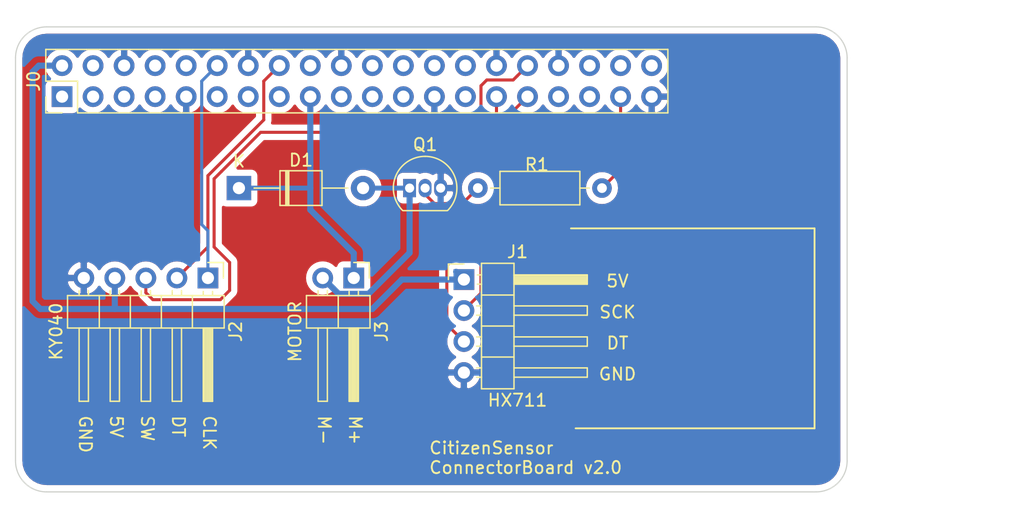
<source format=kicad_pcb>
(kicad_pcb (version 20171130) (host pcbnew "(5.1.0)-1")

  (general
    (thickness 1.6)
    (drawings 23)
    (tracks 63)
    (zones 0)
    (modules 7)
    (nets 36)
  )

  (page A4)
  (layers
    (0 F.Cu signal)
    (31 B.Cu signal)
    (32 B.Adhes user)
    (33 F.Adhes user)
    (34 B.Paste user)
    (35 F.Paste user)
    (36 B.SilkS user)
    (37 F.SilkS user)
    (38 B.Mask user)
    (39 F.Mask user)
    (40 Dwgs.User user)
    (41 Cmts.User user)
    (42 Eco1.User user)
    (43 Eco2.User user)
    (44 Edge.Cuts user)
    (45 Margin user)
    (46 B.CrtYd user)
    (47 F.CrtYd user)
    (48 B.Fab user)
    (49 F.Fab user)
  )

  (setup
    (last_trace_width 0.4)
    (user_trace_width 0.4)
    (trace_clearance 0.2)
    (zone_clearance 0.35)
    (zone_45_only no)
    (trace_min 0.2)
    (via_size 0.8)
    (via_drill 0.4)
    (via_min_size 0.4)
    (via_min_drill 0.3)
    (uvia_size 0.3)
    (uvia_drill 0.1)
    (uvias_allowed no)
    (uvia_min_size 0.2)
    (uvia_min_drill 0.1)
    (edge_width 0.1)
    (segment_width 0.2)
    (pcb_text_width 0.3)
    (pcb_text_size 1.5 1.5)
    (mod_edge_width 0.15)
    (mod_text_size 1 1)
    (mod_text_width 0.15)
    (pad_size 1.524 1.524)
    (pad_drill 0.762)
    (pad_to_mask_clearance 0)
    (aux_axis_origin 0 0)
    (visible_elements 7FFFEFFF)
    (pcbplotparams
      (layerselection 0x010ec_ffffffff)
      (usegerberextensions false)
      (usegerberattributes false)
      (usegerberadvancedattributes false)
      (creategerberjobfile false)
      (excludeedgelayer true)
      (linewidth 0.100000)
      (plotframeref false)
      (viasonmask false)
      (mode 1)
      (useauxorigin false)
      (hpglpennumber 1)
      (hpglpenspeed 20)
      (hpglpendiameter 15.000000)
      (psnegative false)
      (psa4output false)
      (plotreference true)
      (plotvalue true)
      (plotinvisibletext false)
      (padsonsilk false)
      (subtractmaskfromsilk false)
      (outputformat 1)
      (mirror false)
      (drillshape 0)
      (scaleselection 1)
      (outputdirectory "gerber_v2.0/"))
  )

  (net 0 "")
  (net 1 +3V3)
  (net 2 +5V)
  (net 3 "Net-(J0-Pad3)")
  (net 4 "Net-(J0-Pad5)")
  (net 5 GND)
  (net 6 "Net-(J0-Pad7)")
  (net 7 "Net-(J0-Pad8)")
  (net 8 "Net-(J0-Pad10)")
  (net 9 "Net-(J0-Pad11)")
  (net 10 KY040_CLK)
  (net 11 "Net-(J0-Pad13)")
  (net 12 "Net-(J0-Pad15)")
  (net 13 KY040_DT)
  (net 14 "Net-(J0-Pad18)")
  (net 15 "Net-(J0-Pad19)")
  (net 16 "Net-(J0-Pad21)")
  (net 17 "Net-(J0-Pad22)")
  (net 18 "Net-(J0-Pad23)")
  (net 19 "Net-(J0-Pad24)")
  (net 20 "Net-(J0-Pad26)")
  (net 21 "Net-(J0-Pad27)")
  (net 22 "Net-(J0-Pad28)")
  (net 23 HX711_DT)
  (net 24 HX711_SCK)
  (net 25 KY040_SW)
  (net 26 "Net-(J0-Pad36)")
  (net 27 "Net-(J0-Pad38)")
  (net 28 "Net-(J0-Pad40)")
  (net 29 "Net-(J0-Pad4)")
  (net 30 "Net-(J0-Pad1)")
  (net 31 MOTOR_PWM)
  (net 32 "Net-(J0-Pad35)")
  (net 33 "Net-(J0-Pad33)")
  (net 34 "Net-(Q1-Pad2)")
  (net 35 "Net-(D1-Pad2)")

  (net_class Default "This is the default net class."
    (clearance 0.2)
    (trace_width 0.25)
    (via_dia 0.8)
    (via_drill 0.4)
    (uvia_dia 0.3)
    (uvia_drill 0.1)
    (add_net +3V3)
    (add_net HX711_DT)
    (add_net HX711_SCK)
    (add_net KY040_CLK)
    (add_net KY040_DT)
    (add_net KY040_SW)
    (add_net MOTOR_PWM)
    (add_net "Net-(D1-Pad2)")
    (add_net "Net-(J0-Pad1)")
    (add_net "Net-(J0-Pad10)")
    (add_net "Net-(J0-Pad11)")
    (add_net "Net-(J0-Pad13)")
    (add_net "Net-(J0-Pad15)")
    (add_net "Net-(J0-Pad18)")
    (add_net "Net-(J0-Pad19)")
    (add_net "Net-(J0-Pad21)")
    (add_net "Net-(J0-Pad22)")
    (add_net "Net-(J0-Pad23)")
    (add_net "Net-(J0-Pad24)")
    (add_net "Net-(J0-Pad26)")
    (add_net "Net-(J0-Pad27)")
    (add_net "Net-(J0-Pad28)")
    (add_net "Net-(J0-Pad3)")
    (add_net "Net-(J0-Pad33)")
    (add_net "Net-(J0-Pad35)")
    (add_net "Net-(J0-Pad36)")
    (add_net "Net-(J0-Pad38)")
    (add_net "Net-(J0-Pad4)")
    (add_net "Net-(J0-Pad40)")
    (add_net "Net-(J0-Pad5)")
    (add_net "Net-(J0-Pad7)")
    (add_net "Net-(J0-Pad8)")
    (add_net "Net-(Q1-Pad2)")
  )

  (net_class power ""
    (clearance 0.2)
    (trace_width 0.5)
    (via_dia 0.8)
    (via_drill 0.4)
    (uvia_dia 0.3)
    (uvia_drill 0.1)
    (add_net +5V)
    (add_net GND)
  )

  (module Resistor_THT:R_Axial_DIN0207_L6.3mm_D2.5mm_P10.16mm_Horizontal (layer F.Cu) (tedit 5AE5139B) (tstamp 5D7FB7A5)
    (at 88.646 94.488)
    (descr "Resistor, Axial_DIN0207 series, Axial, Horizontal, pin pitch=10.16mm, 0.25W = 1/4W, length*diameter=6.3*2.5mm^2, http://cdn-reichelt.de/documents/datenblatt/B400/1_4W%23YAG.pdf")
    (tags "Resistor Axial_DIN0207 series Axial Horizontal pin pitch 10.16mm 0.25W = 1/4W length 6.3mm diameter 2.5mm")
    (path /5D7F76EA)
    (fp_text reference R1 (at 4.826 -1.92) (layer F.SilkS)
      (effects (font (size 1 1) (thickness 0.15)))
    )
    (fp_text value 1K (at 4.826 1.92) (layer F.Fab)
      (effects (font (size 1 1) (thickness 0.15)))
    )
    (fp_text user %R (at 2.54 -1.92) (layer F.Fab)
      (effects (font (size 1 1) (thickness 0.15)))
    )
    (fp_line (start 11.21 -1.5) (end -1.05 -1.5) (layer F.CrtYd) (width 0.05))
    (fp_line (start 11.21 1.5) (end 11.21 -1.5) (layer F.CrtYd) (width 0.05))
    (fp_line (start -1.05 1.5) (end 11.21 1.5) (layer F.CrtYd) (width 0.05))
    (fp_line (start -1.05 -1.5) (end -1.05 1.5) (layer F.CrtYd) (width 0.05))
    (fp_line (start 9.12 0) (end 8.35 0) (layer F.SilkS) (width 0.12))
    (fp_line (start 1.04 0) (end 1.81 0) (layer F.SilkS) (width 0.12))
    (fp_line (start 8.35 -1.37) (end 1.81 -1.37) (layer F.SilkS) (width 0.12))
    (fp_line (start 8.35 1.37) (end 8.35 -1.37) (layer F.SilkS) (width 0.12))
    (fp_line (start 1.81 1.37) (end 8.35 1.37) (layer F.SilkS) (width 0.12))
    (fp_line (start 1.81 -1.37) (end 1.81 1.37) (layer F.SilkS) (width 0.12))
    (fp_line (start 10.16 0) (end 8.23 0) (layer F.Fab) (width 0.1))
    (fp_line (start 0 0) (end 1.93 0) (layer F.Fab) (width 0.1))
    (fp_line (start 8.23 -1.25) (end 1.93 -1.25) (layer F.Fab) (width 0.1))
    (fp_line (start 8.23 1.25) (end 8.23 -1.25) (layer F.Fab) (width 0.1))
    (fp_line (start 1.93 1.25) (end 8.23 1.25) (layer F.Fab) (width 0.1))
    (fp_line (start 1.93 -1.25) (end 1.93 1.25) (layer F.Fab) (width 0.1))
    (pad 2 thru_hole oval (at 10.16 0) (size 1.6 1.6) (drill 0.8) (layers *.Cu *.Mask)
      (net 31 MOTOR_PWM))
    (pad 1 thru_hole circle (at 0 0) (size 1.6 1.6) (drill 0.8) (layers *.Cu *.Mask)
      (net 34 "Net-(Q1-Pad2)"))
    (model ${KISYS3DMOD}/Resistor_THT.3dshapes/R_Axial_DIN0207_L6.3mm_D2.5mm_P10.16mm_Horizontal.wrl
      (at (xyz 0 0 0))
      (scale (xyz 1 1 1))
      (rotate (xyz 0 0 0))
    )
  )

  (module Diode_THT:D_T-1_P10.16mm_Horizontal (layer F.Cu) (tedit 5AE50CD5) (tstamp 5D7FB80D)
    (at 69.088 94.488)
    (descr "Diode, T-1 series, Axial, Horizontal, pin pitch=10.16mm, , length*diameter=3.2*2.6mm^2, , http://www.diodes.com/_files/packages/T-1.pdf")
    (tags "Diode T-1 series Axial Horizontal pin pitch 10.16mm  length 3.2mm diameter 2.6mm")
    (path /5D81668C)
    (fp_text reference D1 (at 5.08 -2.286) (layer F.SilkS)
      (effects (font (size 1 1) (thickness 0.15)))
    )
    (fp_text value 1N4004 (at 5.08 2.92) (layer F.Fab)
      (effects (font (size 1 1) (thickness 0.15)))
    )
    (fp_text user K (at 0 -2.2) (layer F.SilkS)
      (effects (font (size 1 1) (thickness 0.15)))
    )
    (fp_text user K (at 0 -2) (layer F.Fab)
      (effects (font (size 1 1) (thickness 0.15)))
    )
    (fp_text user %R (at 5.65 0) (layer F.Fab)
      (effects (font (size 1 1) (thickness 0.15)))
    )
    (fp_line (start 11.41 -1.55) (end -1.25 -1.55) (layer F.CrtYd) (width 0.05))
    (fp_line (start 11.41 1.55) (end 11.41 -1.55) (layer F.CrtYd) (width 0.05))
    (fp_line (start -1.25 1.55) (end 11.41 1.55) (layer F.CrtYd) (width 0.05))
    (fp_line (start -1.25 -1.55) (end -1.25 1.55) (layer F.CrtYd) (width 0.05))
    (fp_line (start 3.84 -1.42) (end 3.84 1.42) (layer F.SilkS) (width 0.12))
    (fp_line (start 4.08 -1.42) (end 4.08 1.42) (layer F.SilkS) (width 0.12))
    (fp_line (start 3.96 -1.42) (end 3.96 1.42) (layer F.SilkS) (width 0.12))
    (fp_line (start 8.92 0) (end 6.8 0) (layer F.SilkS) (width 0.12))
    (fp_line (start 1.24 0) (end 3.36 0) (layer F.SilkS) (width 0.12))
    (fp_line (start 6.8 -1.42) (end 3.36 -1.42) (layer F.SilkS) (width 0.12))
    (fp_line (start 6.8 1.42) (end 6.8 -1.42) (layer F.SilkS) (width 0.12))
    (fp_line (start 3.36 1.42) (end 6.8 1.42) (layer F.SilkS) (width 0.12))
    (fp_line (start 3.36 -1.42) (end 3.36 1.42) (layer F.SilkS) (width 0.12))
    (fp_line (start 3.86 -1.3) (end 3.86 1.3) (layer F.Fab) (width 0.1))
    (fp_line (start 4.06 -1.3) (end 4.06 1.3) (layer F.Fab) (width 0.1))
    (fp_line (start 3.96 -1.3) (end 3.96 1.3) (layer F.Fab) (width 0.1))
    (fp_line (start 10.16 0) (end 6.68 0) (layer F.Fab) (width 0.1))
    (fp_line (start 0 0) (end 3.48 0) (layer F.Fab) (width 0.1))
    (fp_line (start 6.68 -1.3) (end 3.48 -1.3) (layer F.Fab) (width 0.1))
    (fp_line (start 6.68 1.3) (end 6.68 -1.3) (layer F.Fab) (width 0.1))
    (fp_line (start 3.48 1.3) (end 6.68 1.3) (layer F.Fab) (width 0.1))
    (fp_line (start 3.48 -1.3) (end 3.48 1.3) (layer F.Fab) (width 0.1))
    (pad 2 thru_hole oval (at 10.16 0) (size 2 2) (drill 1) (layers *.Cu *.Mask)
      (net 35 "Net-(D1-Pad2)"))
    (pad 1 thru_hole rect (at 0 0) (size 2 2) (drill 1) (layers *.Cu *.Mask)
      (net 1 +3V3))
    (model ${KISYS3DMOD}/Diode_THT.3dshapes/D_T-1_P10.16mm_Horizontal.wrl
      (at (xyz 0 0 0))
      (scale (xyz 1 1 1))
      (rotate (xyz 0 0 0))
    )
  )

  (module Package_TO_SOT_THT:TO-92_Inline (layer F.Cu) (tedit 5A1DD157) (tstamp 5D7FA9E8)
    (at 83.058 94.488)
    (descr "TO-92 leads in-line, narrow, oval pads, drill 0.75mm (see NXP sot054_po.pdf)")
    (tags "to-92 sc-43 sc-43a sot54 PA33 transistor")
    (path /5D7F7E66)
    (fp_text reference Q1 (at 1.27 -3.56) (layer F.SilkS)
      (effects (font (size 1 1) (thickness 0.15)))
    )
    (fp_text value BC547 (at 1.27 2.79) (layer F.Fab)
      (effects (font (size 1 1) (thickness 0.15)))
    )
    (fp_arc (start 1.27 0) (end 1.27 -2.6) (angle 135) (layer F.SilkS) (width 0.12))
    (fp_arc (start 1.27 0) (end 1.27 -2.48) (angle -135) (layer F.Fab) (width 0.1))
    (fp_arc (start 1.27 0) (end 1.27 -2.6) (angle -135) (layer F.SilkS) (width 0.12))
    (fp_arc (start 1.27 0) (end 1.27 -2.48) (angle 135) (layer F.Fab) (width 0.1))
    (fp_line (start 4 2.01) (end -1.46 2.01) (layer F.CrtYd) (width 0.05))
    (fp_line (start 4 2.01) (end 4 -2.73) (layer F.CrtYd) (width 0.05))
    (fp_line (start -1.46 -2.73) (end -1.46 2.01) (layer F.CrtYd) (width 0.05))
    (fp_line (start -1.46 -2.73) (end 4 -2.73) (layer F.CrtYd) (width 0.05))
    (fp_line (start -0.5 1.75) (end 3 1.75) (layer F.Fab) (width 0.1))
    (fp_line (start -0.53 1.85) (end 3.07 1.85) (layer F.SilkS) (width 0.12))
    (fp_text user %R (at 1.27 -3.56) (layer F.Fab)
      (effects (font (size 1 1) (thickness 0.15)))
    )
    (pad 1 thru_hole rect (at 0 0) (size 1.05 1.5) (drill 0.75) (layers *.Cu *.Mask)
      (net 35 "Net-(D1-Pad2)"))
    (pad 3 thru_hole oval (at 2.54 0) (size 1.05 1.5) (drill 0.75) (layers *.Cu *.Mask)
      (net 5 GND))
    (pad 2 thru_hole oval (at 1.27 0) (size 1.05 1.5) (drill 0.75) (layers *.Cu *.Mask)
      (net 34 "Net-(Q1-Pad2)"))
    (model ${KISYS3DMOD}/Package_TO_SOT_THT.3dshapes/TO-92_Inline.wrl
      (at (xyz 0 0 0))
      (scale (xyz 1 1 1))
      (rotate (xyz 0 0 0))
    )
  )

  (module Connector_PinHeader_2.54mm:PinHeader_1x02_P2.54mm_Horizontal (layer F.Cu) (tedit 59FED5CB) (tstamp 5D7FA9D6)
    (at 78.486 101.854 270)
    (descr "Through hole angled pin header, 1x02, 2.54mm pitch, 6mm pin length, single row")
    (tags "Through hole angled pin header THT 1x02 2.54mm single row")
    (path /5D7F595F)
    (fp_text reference J3 (at 4.385 -2.27 270) (layer F.SilkS)
      (effects (font (size 1 1) (thickness 0.15)))
    )
    (fp_text value MOTOR (at 4.385 4.81 270) (layer F.SilkS)
      (effects (font (size 1 1) (thickness 0.15)))
    )
    (fp_text user %R (at 2.77 1.27) (layer F.Fab)
      (effects (font (size 1 1) (thickness 0.15)))
    )
    (fp_line (start 10.55 -1.8) (end -1.8 -1.8) (layer F.CrtYd) (width 0.05))
    (fp_line (start 10.55 4.35) (end 10.55 -1.8) (layer F.CrtYd) (width 0.05))
    (fp_line (start -1.8 4.35) (end 10.55 4.35) (layer F.CrtYd) (width 0.05))
    (fp_line (start -1.8 -1.8) (end -1.8 4.35) (layer F.CrtYd) (width 0.05))
    (fp_line (start -1.27 -1.27) (end 0 -1.27) (layer F.SilkS) (width 0.12))
    (fp_line (start -1.27 0) (end -1.27 -1.27) (layer F.SilkS) (width 0.12))
    (fp_line (start 1.042929 2.92) (end 1.44 2.92) (layer F.SilkS) (width 0.12))
    (fp_line (start 1.042929 2.16) (end 1.44 2.16) (layer F.SilkS) (width 0.12))
    (fp_line (start 10.1 2.92) (end 4.1 2.92) (layer F.SilkS) (width 0.12))
    (fp_line (start 10.1 2.16) (end 10.1 2.92) (layer F.SilkS) (width 0.12))
    (fp_line (start 4.1 2.16) (end 10.1 2.16) (layer F.SilkS) (width 0.12))
    (fp_line (start 1.44 1.27) (end 4.1 1.27) (layer F.SilkS) (width 0.12))
    (fp_line (start 1.11 0.38) (end 1.44 0.38) (layer F.SilkS) (width 0.12))
    (fp_line (start 1.11 -0.38) (end 1.44 -0.38) (layer F.SilkS) (width 0.12))
    (fp_line (start 4.1 0.28) (end 10.1 0.28) (layer F.SilkS) (width 0.12))
    (fp_line (start 4.1 0.16) (end 10.1 0.16) (layer F.SilkS) (width 0.12))
    (fp_line (start 4.1 0.04) (end 10.1 0.04) (layer F.SilkS) (width 0.12))
    (fp_line (start 4.1 -0.08) (end 10.1 -0.08) (layer F.SilkS) (width 0.12))
    (fp_line (start 4.1 -0.2) (end 10.1 -0.2) (layer F.SilkS) (width 0.12))
    (fp_line (start 4.1 -0.32) (end 10.1 -0.32) (layer F.SilkS) (width 0.12))
    (fp_line (start 10.1 0.38) (end 4.1 0.38) (layer F.SilkS) (width 0.12))
    (fp_line (start 10.1 -0.38) (end 10.1 0.38) (layer F.SilkS) (width 0.12))
    (fp_line (start 4.1 -0.38) (end 10.1 -0.38) (layer F.SilkS) (width 0.12))
    (fp_line (start 4.1 -1.33) (end 1.44 -1.33) (layer F.SilkS) (width 0.12))
    (fp_line (start 4.1 3.87) (end 4.1 -1.33) (layer F.SilkS) (width 0.12))
    (fp_line (start 1.44 3.87) (end 4.1 3.87) (layer F.SilkS) (width 0.12))
    (fp_line (start 1.44 -1.33) (end 1.44 3.87) (layer F.SilkS) (width 0.12))
    (fp_line (start 4.04 2.86) (end 10.04 2.86) (layer F.Fab) (width 0.1))
    (fp_line (start 10.04 2.22) (end 10.04 2.86) (layer F.Fab) (width 0.1))
    (fp_line (start 4.04 2.22) (end 10.04 2.22) (layer F.Fab) (width 0.1))
    (fp_line (start -0.32 2.86) (end 1.5 2.86) (layer F.Fab) (width 0.1))
    (fp_line (start -0.32 2.22) (end -0.32 2.86) (layer F.Fab) (width 0.1))
    (fp_line (start -0.32 2.22) (end 1.5 2.22) (layer F.Fab) (width 0.1))
    (fp_line (start 4.04 0.32) (end 10.04 0.32) (layer F.Fab) (width 0.1))
    (fp_line (start 10.04 -0.32) (end 10.04 0.32) (layer F.Fab) (width 0.1))
    (fp_line (start 4.04 -0.32) (end 10.04 -0.32) (layer F.Fab) (width 0.1))
    (fp_line (start -0.32 0.32) (end 1.5 0.32) (layer F.Fab) (width 0.1))
    (fp_line (start -0.32 -0.32) (end -0.32 0.32) (layer F.Fab) (width 0.1))
    (fp_line (start -0.32 -0.32) (end 1.5 -0.32) (layer F.Fab) (width 0.1))
    (fp_line (start 1.5 -0.635) (end 2.135 -1.27) (layer F.Fab) (width 0.1))
    (fp_line (start 1.5 3.81) (end 1.5 -0.635) (layer F.Fab) (width 0.1))
    (fp_line (start 4.04 3.81) (end 1.5 3.81) (layer F.Fab) (width 0.1))
    (fp_line (start 4.04 -1.27) (end 4.04 3.81) (layer F.Fab) (width 0.1))
    (fp_line (start 2.135 -1.27) (end 4.04 -1.27) (layer F.Fab) (width 0.1))
    (pad 2 thru_hole oval (at 0 2.54 270) (size 1.7 1.7) (drill 1) (layers *.Cu *.Mask)
      (net 35 "Net-(D1-Pad2)"))
    (pad 1 thru_hole rect (at 0 0 270) (size 1.7 1.7) (drill 1) (layers *.Cu *.Mask)
      (net 1 +3V3))
    (model ${KISYS3DMOD}/Connector_PinHeader_2.54mm.3dshapes/PinHeader_1x02_P2.54mm_Horizontal.wrl
      (at (xyz 0 0 0))
      (scale (xyz 1 1 1))
      (rotate (xyz 0 0 0))
    )
  )

  (module Connector_PinHeader_2.54mm:PinHeader_2x20_P2.54mm_Vertical (layer F.Cu) (tedit 59FED5CC) (tstamp 5CE6C7E4)
    (at 54.61 86.995 90)
    (descr "Through hole straight pin header, 2x20, 2.54mm pitch, double rows")
    (tags "Through hole pin header THT 2x20 2.54mm double row")
    (path /5CE659BB)
    (fp_text reference J0 (at 1.27 -2.33 90) (layer F.SilkS)
      (effects (font (size 1 1) (thickness 0.15)))
    )
    (fp_text value Raspberry_Pi_2_3 (at 1.27 50.59 90) (layer F.Fab)
      (effects (font (size 1 1) (thickness 0.15)))
    )
    (fp_text user %R (at 1.27 24.13 180) (layer F.Fab)
      (effects (font (size 1 1) (thickness 0.15)))
    )
    (fp_line (start 4.35 -1.8) (end -1.8 -1.8) (layer F.CrtYd) (width 0.05))
    (fp_line (start 4.35 50.05) (end 4.35 -1.8) (layer F.CrtYd) (width 0.05))
    (fp_line (start -1.8 50.05) (end 4.35 50.05) (layer F.CrtYd) (width 0.05))
    (fp_line (start -1.8 -1.8) (end -1.8 50.05) (layer F.CrtYd) (width 0.05))
    (fp_line (start -1.33 -1.33) (end 0 -1.33) (layer F.SilkS) (width 0.12))
    (fp_line (start -1.33 0) (end -1.33 -1.33) (layer F.SilkS) (width 0.12))
    (fp_line (start 1.27 -1.33) (end 3.87 -1.33) (layer F.SilkS) (width 0.12))
    (fp_line (start 1.27 1.27) (end 1.27 -1.33) (layer F.SilkS) (width 0.12))
    (fp_line (start -1.33 1.27) (end 1.27 1.27) (layer F.SilkS) (width 0.12))
    (fp_line (start 3.87 -1.33) (end 3.87 49.59) (layer F.SilkS) (width 0.12))
    (fp_line (start -1.33 1.27) (end -1.33 49.59) (layer F.SilkS) (width 0.12))
    (fp_line (start -1.33 49.59) (end 3.87 49.59) (layer F.SilkS) (width 0.12))
    (fp_line (start -1.27 0) (end 0 -1.27) (layer F.Fab) (width 0.1))
    (fp_line (start -1.27 49.53) (end -1.27 0) (layer F.Fab) (width 0.1))
    (fp_line (start 3.81 49.53) (end -1.27 49.53) (layer F.Fab) (width 0.1))
    (fp_line (start 3.81 -1.27) (end 3.81 49.53) (layer F.Fab) (width 0.1))
    (fp_line (start 0 -1.27) (end 3.81 -1.27) (layer F.Fab) (width 0.1))
    (pad 40 thru_hole oval (at 2.54 48.26 90) (size 1.7 1.7) (drill 1) (layers *.Cu *.Mask)
      (net 28 "Net-(J0-Pad40)"))
    (pad 39 thru_hole oval (at 0 48.26 90) (size 1.7 1.7) (drill 1) (layers *.Cu *.Mask)
      (net 5 GND))
    (pad 38 thru_hole oval (at 2.54 45.72 90) (size 1.7 1.7) (drill 1) (layers *.Cu *.Mask)
      (net 27 "Net-(J0-Pad38)"))
    (pad 37 thru_hole oval (at 0 45.72 90) (size 1.7 1.7) (drill 1) (layers *.Cu *.Mask)
      (net 31 MOTOR_PWM))
    (pad 36 thru_hole oval (at 2.54 43.18 90) (size 1.7 1.7) (drill 1) (layers *.Cu *.Mask)
      (net 26 "Net-(J0-Pad36)"))
    (pad 35 thru_hole oval (at 0 43.18 90) (size 1.7 1.7) (drill 1) (layers *.Cu *.Mask)
      (net 32 "Net-(J0-Pad35)"))
    (pad 34 thru_hole oval (at 2.54 40.64 90) (size 1.7 1.7) (drill 1) (layers *.Cu *.Mask)
      (net 5 GND))
    (pad 33 thru_hole oval (at 0 40.64 90) (size 1.7 1.7) (drill 1) (layers *.Cu *.Mask)
      (net 33 "Net-(J0-Pad33)"))
    (pad 32 thru_hole oval (at 2.54 38.1 90) (size 1.7 1.7) (drill 1) (layers *.Cu *.Mask)
      (net 25 KY040_SW))
    (pad 31 thru_hole oval (at 0 38.1 90) (size 1.7 1.7) (drill 1) (layers *.Cu *.Mask)
      (net 24 HX711_SCK))
    (pad 30 thru_hole oval (at 2.54 35.56 90) (size 1.7 1.7) (drill 1) (layers *.Cu *.Mask)
      (net 5 GND))
    (pad 29 thru_hole oval (at 0 35.56 90) (size 1.7 1.7) (drill 1) (layers *.Cu *.Mask)
      (net 23 HX711_DT))
    (pad 28 thru_hole oval (at 2.54 33.02 90) (size 1.7 1.7) (drill 1) (layers *.Cu *.Mask)
      (net 22 "Net-(J0-Pad28)"))
    (pad 27 thru_hole oval (at 0 33.02 90) (size 1.7 1.7) (drill 1) (layers *.Cu *.Mask)
      (net 21 "Net-(J0-Pad27)"))
    (pad 26 thru_hole oval (at 2.54 30.48 90) (size 1.7 1.7) (drill 1) (layers *.Cu *.Mask)
      (net 20 "Net-(J0-Pad26)"))
    (pad 25 thru_hole oval (at 0 30.48 90) (size 1.7 1.7) (drill 1) (layers *.Cu *.Mask)
      (net 5 GND))
    (pad 24 thru_hole oval (at 2.54 27.94 90) (size 1.7 1.7) (drill 1) (layers *.Cu *.Mask)
      (net 19 "Net-(J0-Pad24)"))
    (pad 23 thru_hole oval (at 0 27.94 90) (size 1.7 1.7) (drill 1) (layers *.Cu *.Mask)
      (net 18 "Net-(J0-Pad23)"))
    (pad 22 thru_hole oval (at 2.54 25.4 90) (size 1.7 1.7) (drill 1) (layers *.Cu *.Mask)
      (net 17 "Net-(J0-Pad22)"))
    (pad 21 thru_hole oval (at 0 25.4 90) (size 1.7 1.7) (drill 1) (layers *.Cu *.Mask)
      (net 16 "Net-(J0-Pad21)"))
    (pad 20 thru_hole oval (at 2.54 22.86 90) (size 1.7 1.7) (drill 1) (layers *.Cu *.Mask)
      (net 5 GND))
    (pad 19 thru_hole oval (at 0 22.86 90) (size 1.7 1.7) (drill 1) (layers *.Cu *.Mask)
      (net 15 "Net-(J0-Pad19)"))
    (pad 18 thru_hole oval (at 2.54 20.32 90) (size 1.7 1.7) (drill 1) (layers *.Cu *.Mask)
      (net 14 "Net-(J0-Pad18)"))
    (pad 17 thru_hole oval (at 0 20.32 90) (size 1.7 1.7) (drill 1) (layers *.Cu *.Mask)
      (net 1 +3V3))
    (pad 16 thru_hole oval (at 2.54 17.78 90) (size 1.7 1.7) (drill 1) (layers *.Cu *.Mask)
      (net 13 KY040_DT))
    (pad 15 thru_hole oval (at 0 17.78 90) (size 1.7 1.7) (drill 1) (layers *.Cu *.Mask)
      (net 12 "Net-(J0-Pad15)"))
    (pad 14 thru_hole oval (at 2.54 15.24 90) (size 1.7 1.7) (drill 1) (layers *.Cu *.Mask)
      (net 5 GND))
    (pad 13 thru_hole oval (at 0 15.24 90) (size 1.7 1.7) (drill 1) (layers *.Cu *.Mask)
      (net 11 "Net-(J0-Pad13)"))
    (pad 12 thru_hole oval (at 2.54 12.7 90) (size 1.7 1.7) (drill 1) (layers *.Cu *.Mask)
      (net 10 KY040_CLK))
    (pad 11 thru_hole oval (at 0 12.7 90) (size 1.7 1.7) (drill 1) (layers *.Cu *.Mask)
      (net 9 "Net-(J0-Pad11)"))
    (pad 10 thru_hole oval (at 2.54 10.16 90) (size 1.7 1.7) (drill 1) (layers *.Cu *.Mask)
      (net 8 "Net-(J0-Pad10)"))
    (pad 9 thru_hole oval (at 0 10.16 90) (size 1.7 1.7) (drill 1) (layers *.Cu *.Mask)
      (net 5 GND))
    (pad 8 thru_hole oval (at 2.54 7.62 90) (size 1.7 1.7) (drill 1) (layers *.Cu *.Mask)
      (net 7 "Net-(J0-Pad8)"))
    (pad 7 thru_hole oval (at 0 7.62 90) (size 1.7 1.7) (drill 1) (layers *.Cu *.Mask)
      (net 6 "Net-(J0-Pad7)"))
    (pad 6 thru_hole oval (at 2.54 5.08 90) (size 1.7 1.7) (drill 1) (layers *.Cu *.Mask)
      (net 5 GND))
    (pad 5 thru_hole oval (at 0 5.08 90) (size 1.7 1.7) (drill 1) (layers *.Cu *.Mask)
      (net 4 "Net-(J0-Pad5)"))
    (pad 4 thru_hole oval (at 2.54 2.54 90) (size 1.7 1.7) (drill 1) (layers *.Cu *.Mask)
      (net 29 "Net-(J0-Pad4)"))
    (pad 3 thru_hole oval (at 0 2.54 90) (size 1.7 1.7) (drill 1) (layers *.Cu *.Mask)
      (net 3 "Net-(J0-Pad3)"))
    (pad 2 thru_hole oval (at 2.54 0 90) (size 1.7 1.7) (drill 1) (layers *.Cu *.Mask)
      (net 2 +5V))
    (pad 1 thru_hole rect (at 0 0 90) (size 1.7 1.7) (drill 1) (layers *.Cu *.Mask)
      (net 30 "Net-(J0-Pad1)"))
    (model ${KISYS3DMOD}/Connector_PinHeader_2.54mm.3dshapes/PinHeader_2x20_P2.54mm_Vertical.wrl
      (at (xyz 0 0 0))
      (scale (xyz 1 1 1))
      (rotate (xyz 0 0 0))
    )
  )

  (module Connector_PinHeader_2.54mm:PinHeader_1x04_P2.54mm_Horizontal (layer F.Cu) (tedit 59FED5CB) (tstamp 5D7FAE5A)
    (at 87.503 101.981)
    (descr "Through hole angled pin header, 1x04, 2.54mm pitch, 6mm pin length, single row")
    (tags "Through hole angled pin header THT 1x04 2.54mm single row")
    (path /5CE68F3E)
    (fp_text reference J1 (at 4.385 -2.27) (layer F.SilkS)
      (effects (font (size 1 1) (thickness 0.15)))
    )
    (fp_text value HX711 (at 4.385 9.89) (layer F.SilkS)
      (effects (font (size 1 1) (thickness 0.15)))
    )
    (fp_line (start 2.135 -1.27) (end 4.04 -1.27) (layer F.Fab) (width 0.1))
    (fp_line (start 4.04 -1.27) (end 4.04 8.89) (layer F.Fab) (width 0.1))
    (fp_line (start 4.04 8.89) (end 1.5 8.89) (layer F.Fab) (width 0.1))
    (fp_line (start 1.5 8.89) (end 1.5 -0.635) (layer F.Fab) (width 0.1))
    (fp_line (start 1.5 -0.635) (end 2.135 -1.27) (layer F.Fab) (width 0.1))
    (fp_line (start -0.32 -0.32) (end 1.5 -0.32) (layer F.Fab) (width 0.1))
    (fp_line (start -0.32 -0.32) (end -0.32 0.32) (layer F.Fab) (width 0.1))
    (fp_line (start -0.32 0.32) (end 1.5 0.32) (layer F.Fab) (width 0.1))
    (fp_line (start 4.04 -0.32) (end 10.04 -0.32) (layer F.Fab) (width 0.1))
    (fp_line (start 10.04 -0.32) (end 10.04 0.32) (layer F.Fab) (width 0.1))
    (fp_line (start 4.04 0.32) (end 10.04 0.32) (layer F.Fab) (width 0.1))
    (fp_line (start -0.32 2.22) (end 1.5 2.22) (layer F.Fab) (width 0.1))
    (fp_line (start -0.32 2.22) (end -0.32 2.86) (layer F.Fab) (width 0.1))
    (fp_line (start -0.32 2.86) (end 1.5 2.86) (layer F.Fab) (width 0.1))
    (fp_line (start 4.04 2.22) (end 10.04 2.22) (layer F.Fab) (width 0.1))
    (fp_line (start 10.04 2.22) (end 10.04 2.86) (layer F.Fab) (width 0.1))
    (fp_line (start 4.04 2.86) (end 10.04 2.86) (layer F.Fab) (width 0.1))
    (fp_line (start -0.32 4.76) (end 1.5 4.76) (layer F.Fab) (width 0.1))
    (fp_line (start -0.32 4.76) (end -0.32 5.4) (layer F.Fab) (width 0.1))
    (fp_line (start -0.32 5.4) (end 1.5 5.4) (layer F.Fab) (width 0.1))
    (fp_line (start 4.04 4.76) (end 10.04 4.76) (layer F.Fab) (width 0.1))
    (fp_line (start 10.04 4.76) (end 10.04 5.4) (layer F.Fab) (width 0.1))
    (fp_line (start 4.04 5.4) (end 10.04 5.4) (layer F.Fab) (width 0.1))
    (fp_line (start -0.32 7.3) (end 1.5 7.3) (layer F.Fab) (width 0.1))
    (fp_line (start -0.32 7.3) (end -0.32 7.94) (layer F.Fab) (width 0.1))
    (fp_line (start -0.32 7.94) (end 1.5 7.94) (layer F.Fab) (width 0.1))
    (fp_line (start 4.04 7.3) (end 10.04 7.3) (layer F.Fab) (width 0.1))
    (fp_line (start 10.04 7.3) (end 10.04 7.94) (layer F.Fab) (width 0.1))
    (fp_line (start 4.04 7.94) (end 10.04 7.94) (layer F.Fab) (width 0.1))
    (fp_line (start 1.44 -1.33) (end 1.44 8.95) (layer F.SilkS) (width 0.12))
    (fp_line (start 1.44 8.95) (end 4.1 8.95) (layer F.SilkS) (width 0.12))
    (fp_line (start 4.1 8.95) (end 4.1 -1.33) (layer F.SilkS) (width 0.12))
    (fp_line (start 4.1 -1.33) (end 1.44 -1.33) (layer F.SilkS) (width 0.12))
    (fp_line (start 4.1 -0.38) (end 10.1 -0.38) (layer F.SilkS) (width 0.12))
    (fp_line (start 10.1 -0.38) (end 10.1 0.38) (layer F.SilkS) (width 0.12))
    (fp_line (start 10.1 0.38) (end 4.1 0.38) (layer F.SilkS) (width 0.12))
    (fp_line (start 4.1 -0.32) (end 10.1 -0.32) (layer F.SilkS) (width 0.12))
    (fp_line (start 4.1 -0.2) (end 10.1 -0.2) (layer F.SilkS) (width 0.12))
    (fp_line (start 4.1 -0.08) (end 10.1 -0.08) (layer F.SilkS) (width 0.12))
    (fp_line (start 4.1 0.04) (end 10.1 0.04) (layer F.SilkS) (width 0.12))
    (fp_line (start 4.1 0.16) (end 10.1 0.16) (layer F.SilkS) (width 0.12))
    (fp_line (start 4.1 0.28) (end 10.1 0.28) (layer F.SilkS) (width 0.12))
    (fp_line (start 1.11 -0.38) (end 1.44 -0.38) (layer F.SilkS) (width 0.12))
    (fp_line (start 1.11 0.38) (end 1.44 0.38) (layer F.SilkS) (width 0.12))
    (fp_line (start 1.44 1.27) (end 4.1 1.27) (layer F.SilkS) (width 0.12))
    (fp_line (start 4.1 2.16) (end 10.1 2.16) (layer F.SilkS) (width 0.12))
    (fp_line (start 10.1 2.16) (end 10.1 2.92) (layer F.SilkS) (width 0.12))
    (fp_line (start 10.1 2.92) (end 4.1 2.92) (layer F.SilkS) (width 0.12))
    (fp_line (start 1.042929 2.16) (end 1.44 2.16) (layer F.SilkS) (width 0.12))
    (fp_line (start 1.042929 2.92) (end 1.44 2.92) (layer F.SilkS) (width 0.12))
    (fp_line (start 1.44 3.81) (end 4.1 3.81) (layer F.SilkS) (width 0.12))
    (fp_line (start 4.1 4.7) (end 10.1 4.7) (layer F.SilkS) (width 0.12))
    (fp_line (start 10.1 4.7) (end 10.1 5.46) (layer F.SilkS) (width 0.12))
    (fp_line (start 10.1 5.46) (end 4.1 5.46) (layer F.SilkS) (width 0.12))
    (fp_line (start 1.042929 4.7) (end 1.44 4.7) (layer F.SilkS) (width 0.12))
    (fp_line (start 1.042929 5.46) (end 1.44 5.46) (layer F.SilkS) (width 0.12))
    (fp_line (start 1.44 6.35) (end 4.1 6.35) (layer F.SilkS) (width 0.12))
    (fp_line (start 4.1 7.24) (end 10.1 7.24) (layer F.SilkS) (width 0.12))
    (fp_line (start 10.1 7.24) (end 10.1 8) (layer F.SilkS) (width 0.12))
    (fp_line (start 10.1 8) (end 4.1 8) (layer F.SilkS) (width 0.12))
    (fp_line (start 1.042929 7.24) (end 1.44 7.24) (layer F.SilkS) (width 0.12))
    (fp_line (start 1.042929 8) (end 1.44 8) (layer F.SilkS) (width 0.12))
    (fp_line (start -1.27 0) (end -1.27 -1.27) (layer F.SilkS) (width 0.12))
    (fp_line (start -1.27 -1.27) (end 0 -1.27) (layer F.SilkS) (width 0.12))
    (fp_line (start -1.8 -1.8) (end -1.8 9.4) (layer F.CrtYd) (width 0.05))
    (fp_line (start -1.8 9.4) (end 10.55 9.4) (layer F.CrtYd) (width 0.05))
    (fp_line (start 10.55 9.4) (end 10.55 -1.8) (layer F.CrtYd) (width 0.05))
    (fp_line (start 10.55 -1.8) (end -1.8 -1.8) (layer F.CrtYd) (width 0.05))
    (fp_text user %R (at 2.77 3.81 90) (layer F.Fab)
      (effects (font (size 1 1) (thickness 0.15)))
    )
    (pad 1 thru_hole rect (at 0 0) (size 1.7 1.7) (drill 1) (layers *.Cu *.Mask)
      (net 2 +5V))
    (pad 2 thru_hole oval (at 0 2.54) (size 1.7 1.7) (drill 1) (layers *.Cu *.Mask)
      (net 24 HX711_SCK))
    (pad 3 thru_hole oval (at 0 5.08) (size 1.7 1.7) (drill 1) (layers *.Cu *.Mask)
      (net 23 HX711_DT))
    (pad 4 thru_hole oval (at 0 7.62) (size 1.7 1.7) (drill 1) (layers *.Cu *.Mask)
      (net 5 GND))
    (model ${KISYS3DMOD}/Connector_PinHeader_2.54mm.3dshapes/PinHeader_1x04_P2.54mm_Horizontal.wrl
      (at (xyz 0 0 0))
      (scale (xyz 1 1 1))
      (rotate (xyz 0 0 0))
    )
  )

  (module Connector_PinHeader_2.54mm:PinHeader_1x05_P2.54mm_Horizontal (layer F.Cu) (tedit 59FED5CB) (tstamp 5CE6C88B)
    (at 66.548 101.854 270)
    (descr "Through hole angled pin header, 1x05, 2.54mm pitch, 6mm pin length, single row")
    (tags "Through hole angled pin header THT 1x05 2.54mm single row")
    (path /5CE6A2DE)
    (fp_text reference J2 (at 4.385 -2.27 270) (layer F.SilkS)
      (effects (font (size 1 1) (thickness 0.15)))
    )
    (fp_text value KY040 (at 4.385 12.43 270) (layer F.SilkS)
      (effects (font (size 1 1) (thickness 0.15)))
    )
    (fp_line (start 2.135 -1.27) (end 4.04 -1.27) (layer F.Fab) (width 0.1))
    (fp_line (start 4.04 -1.27) (end 4.04 11.43) (layer F.Fab) (width 0.1))
    (fp_line (start 4.04 11.43) (end 1.5 11.43) (layer F.Fab) (width 0.1))
    (fp_line (start 1.5 11.43) (end 1.5 -0.635) (layer F.Fab) (width 0.1))
    (fp_line (start 1.5 -0.635) (end 2.135 -1.27) (layer F.Fab) (width 0.1))
    (fp_line (start -0.32 -0.32) (end 1.5 -0.32) (layer F.Fab) (width 0.1))
    (fp_line (start -0.32 -0.32) (end -0.32 0.32) (layer F.Fab) (width 0.1))
    (fp_line (start -0.32 0.32) (end 1.5 0.32) (layer F.Fab) (width 0.1))
    (fp_line (start 4.04 -0.32) (end 10.04 -0.32) (layer F.Fab) (width 0.1))
    (fp_line (start 10.04 -0.32) (end 10.04 0.32) (layer F.Fab) (width 0.1))
    (fp_line (start 4.04 0.32) (end 10.04 0.32) (layer F.Fab) (width 0.1))
    (fp_line (start -0.32 2.22) (end 1.5 2.22) (layer F.Fab) (width 0.1))
    (fp_line (start -0.32 2.22) (end -0.32 2.86) (layer F.Fab) (width 0.1))
    (fp_line (start -0.32 2.86) (end 1.5 2.86) (layer F.Fab) (width 0.1))
    (fp_line (start 4.04 2.22) (end 10.04 2.22) (layer F.Fab) (width 0.1))
    (fp_line (start 10.04 2.22) (end 10.04 2.86) (layer F.Fab) (width 0.1))
    (fp_line (start 4.04 2.86) (end 10.04 2.86) (layer F.Fab) (width 0.1))
    (fp_line (start -0.32 4.76) (end 1.5 4.76) (layer F.Fab) (width 0.1))
    (fp_line (start -0.32 4.76) (end -0.32 5.4) (layer F.Fab) (width 0.1))
    (fp_line (start -0.32 5.4) (end 1.5 5.4) (layer F.Fab) (width 0.1))
    (fp_line (start 4.04 4.76) (end 10.04 4.76) (layer F.Fab) (width 0.1))
    (fp_line (start 10.04 4.76) (end 10.04 5.4) (layer F.Fab) (width 0.1))
    (fp_line (start 4.04 5.4) (end 10.04 5.4) (layer F.Fab) (width 0.1))
    (fp_line (start -0.32 7.3) (end 1.5 7.3) (layer F.Fab) (width 0.1))
    (fp_line (start -0.32 7.3) (end -0.32 7.94) (layer F.Fab) (width 0.1))
    (fp_line (start -0.32 7.94) (end 1.5 7.94) (layer F.Fab) (width 0.1))
    (fp_line (start 4.04 7.3) (end 10.04 7.3) (layer F.Fab) (width 0.1))
    (fp_line (start 10.04 7.3) (end 10.04 7.94) (layer F.Fab) (width 0.1))
    (fp_line (start 4.04 7.94) (end 10.04 7.94) (layer F.Fab) (width 0.1))
    (fp_line (start -0.32 9.84) (end 1.5 9.84) (layer F.Fab) (width 0.1))
    (fp_line (start -0.32 9.84) (end -0.32 10.48) (layer F.Fab) (width 0.1))
    (fp_line (start -0.32 10.48) (end 1.5 10.48) (layer F.Fab) (width 0.1))
    (fp_line (start 4.04 9.84) (end 10.04 9.84) (layer F.Fab) (width 0.1))
    (fp_line (start 10.04 9.84) (end 10.04 10.48) (layer F.Fab) (width 0.1))
    (fp_line (start 4.04 10.48) (end 10.04 10.48) (layer F.Fab) (width 0.1))
    (fp_line (start 1.44 -1.33) (end 1.44 11.49) (layer F.SilkS) (width 0.12))
    (fp_line (start 1.44 11.49) (end 4.1 11.49) (layer F.SilkS) (width 0.12))
    (fp_line (start 4.1 11.49) (end 4.1 -1.33) (layer F.SilkS) (width 0.12))
    (fp_line (start 4.1 -1.33) (end 1.44 -1.33) (layer F.SilkS) (width 0.12))
    (fp_line (start 4.1 -0.38) (end 10.1 -0.38) (layer F.SilkS) (width 0.12))
    (fp_line (start 10.1 -0.38) (end 10.1 0.38) (layer F.SilkS) (width 0.12))
    (fp_line (start 10.1 0.38) (end 4.1 0.38) (layer F.SilkS) (width 0.12))
    (fp_line (start 4.1 -0.32) (end 10.1 -0.32) (layer F.SilkS) (width 0.12))
    (fp_line (start 4.1 -0.2) (end 10.1 -0.2) (layer F.SilkS) (width 0.12))
    (fp_line (start 4.1 -0.08) (end 10.1 -0.08) (layer F.SilkS) (width 0.12))
    (fp_line (start 4.1 0.04) (end 10.1 0.04) (layer F.SilkS) (width 0.12))
    (fp_line (start 4.1 0.16) (end 10.1 0.16) (layer F.SilkS) (width 0.12))
    (fp_line (start 4.1 0.28) (end 10.1 0.28) (layer F.SilkS) (width 0.12))
    (fp_line (start 1.11 -0.38) (end 1.44 -0.38) (layer F.SilkS) (width 0.12))
    (fp_line (start 1.11 0.38) (end 1.44 0.38) (layer F.SilkS) (width 0.12))
    (fp_line (start 1.44 1.27) (end 4.1 1.27) (layer F.SilkS) (width 0.12))
    (fp_line (start 4.1 2.16) (end 10.1 2.16) (layer F.SilkS) (width 0.12))
    (fp_line (start 10.1 2.16) (end 10.1 2.92) (layer F.SilkS) (width 0.12))
    (fp_line (start 10.1 2.92) (end 4.1 2.92) (layer F.SilkS) (width 0.12))
    (fp_line (start 1.042929 2.16) (end 1.44 2.16) (layer F.SilkS) (width 0.12))
    (fp_line (start 1.042929 2.92) (end 1.44 2.92) (layer F.SilkS) (width 0.12))
    (fp_line (start 1.44 3.81) (end 4.1 3.81) (layer F.SilkS) (width 0.12))
    (fp_line (start 4.1 4.7) (end 10.1 4.7) (layer F.SilkS) (width 0.12))
    (fp_line (start 10.1 4.7) (end 10.1 5.46) (layer F.SilkS) (width 0.12))
    (fp_line (start 10.1 5.46) (end 4.1 5.46) (layer F.SilkS) (width 0.12))
    (fp_line (start 1.042929 4.7) (end 1.44 4.7) (layer F.SilkS) (width 0.12))
    (fp_line (start 1.042929 5.46) (end 1.44 5.46) (layer F.SilkS) (width 0.12))
    (fp_line (start 1.44 6.35) (end 4.1 6.35) (layer F.SilkS) (width 0.12))
    (fp_line (start 4.1 7.24) (end 10.1 7.24) (layer F.SilkS) (width 0.12))
    (fp_line (start 10.1 7.24) (end 10.1 8) (layer F.SilkS) (width 0.12))
    (fp_line (start 10.1 8) (end 4.1 8) (layer F.SilkS) (width 0.12))
    (fp_line (start 1.042929 7.24) (end 1.44 7.24) (layer F.SilkS) (width 0.12))
    (fp_line (start 1.042929 8) (end 1.44 8) (layer F.SilkS) (width 0.12))
    (fp_line (start 1.44 8.89) (end 4.1 8.89) (layer F.SilkS) (width 0.12))
    (fp_line (start 4.1 9.78) (end 10.1 9.78) (layer F.SilkS) (width 0.12))
    (fp_line (start 10.1 9.78) (end 10.1 10.54) (layer F.SilkS) (width 0.12))
    (fp_line (start 10.1 10.54) (end 4.1 10.54) (layer F.SilkS) (width 0.12))
    (fp_line (start 1.042929 9.78) (end 1.44 9.78) (layer F.SilkS) (width 0.12))
    (fp_line (start 1.042929 10.54) (end 1.44 10.54) (layer F.SilkS) (width 0.12))
    (fp_line (start -1.27 0) (end -1.27 -1.27) (layer F.SilkS) (width 0.12))
    (fp_line (start -1.27 -1.27) (end 0 -1.27) (layer F.SilkS) (width 0.12))
    (fp_line (start -1.8 -1.8) (end -1.8 11.95) (layer F.CrtYd) (width 0.05))
    (fp_line (start -1.8 11.95) (end 10.55 11.95) (layer F.CrtYd) (width 0.05))
    (fp_line (start 10.55 11.95) (end 10.55 -1.8) (layer F.CrtYd) (width 0.05))
    (fp_line (start 10.55 -1.8) (end -1.8 -1.8) (layer F.CrtYd) (width 0.05))
    (fp_text user %R (at 2.77 5.08) (layer F.Fab)
      (effects (font (size 1 1) (thickness 0.15)))
    )
    (pad 1 thru_hole rect (at 0 0 270) (size 1.7 1.7) (drill 1) (layers *.Cu *.Mask)
      (net 10 KY040_CLK))
    (pad 2 thru_hole oval (at 0 2.54 270) (size 1.7 1.7) (drill 1) (layers *.Cu *.Mask)
      (net 13 KY040_DT))
    (pad 3 thru_hole oval (at 0 5.08 270) (size 1.7 1.7) (drill 1) (layers *.Cu *.Mask)
      (net 25 KY040_SW))
    (pad 4 thru_hole oval (at 0 7.62 270) (size 1.7 1.7) (drill 1) (layers *.Cu *.Mask)
      (net 2 +5V))
    (pad 5 thru_hole oval (at 0 10.16 270) (size 1.7 1.7) (drill 1) (layers *.Cu *.Mask)
      (net 5 GND))
    (model ${KISYS3DMOD}/Connector_PinHeader_2.54mm.3dshapes/PinHeader_1x05_P2.54mm_Horizontal.wrl
      (at (xyz 0 0 0))
      (scale (xyz 1 1 1))
      (rotate (xyz 0 0 0))
    )
  )

  (gr_text M- (at 76.073 113.03 -90) (layer F.SilkS) (tstamp 5D7FB08B)
    (effects (font (size 1 1) (thickness 0.15)) (justify left))
  )
  (gr_text "M+\n" (at 78.613 113.03 -90) (layer F.SilkS) (tstamp 5D7FB088)
    (effects (font (size 1 1) (thickness 0.15)) (justify left))
  )
  (gr_text "CitizenSensor\nConnectorBoard v2.0" (at 84.582 116.586) (layer F.SilkS)
    (effects (font (size 1 1) (thickness 0.15)) (justify left))
  )
  (gr_text GND (at 56.515 113.03 -90) (layer F.SilkS)
    (effects (font (size 1 1) (thickness 0.15)) (justify left))
  )
  (gr_text 5V (at 59.055 113.03 -90) (layer F.SilkS)
    (effects (font (size 1 1) (thickness 0.15)) (justify left))
  )
  (gr_text SW (at 61.595 113.03 -90) (layer F.SilkS)
    (effects (font (size 1 1) (thickness 0.15)) (justify left))
  )
  (gr_text DT (at 64.135 113.03 -90) (layer F.SilkS)
    (effects (font (size 1 1) (thickness 0.15)) (justify left))
  )
  (gr_text CLK (at 66.675 113.03 -90) (layer F.SilkS)
    (effects (font (size 1 1) (thickness 0.15)) (justify left))
  )
  (gr_text GND (at 100.076 109.728) (layer F.SilkS) (tstamp 5D7FAE0C)
    (effects (font (size 1 1) (thickness 0.15)))
  )
  (gr_text "DT\n" (at 100.076 107.188) (layer F.SilkS) (tstamp 5D7FAE03)
    (effects (font (size 1 1) (thickness 0.15)))
  )
  (gr_text SCK (at 100.076 104.648) (layer F.SilkS) (tstamp 5D7FAE09)
    (effects (font (size 1 1) (thickness 0.15)))
  )
  (gr_text 5V (at 100.076 102.108) (layer F.SilkS) (tstamp 5D7FAE06)
    (effects (font (size 1 1) (thickness 0.15)))
  )
  (gr_arc (start 53.34 116.84) (end 50.8 116.84) (angle -90) (layer Edge.Cuts) (width 0.1))
  (gr_arc (start 53.34 83.82) (end 53.34 81.28) (angle -90) (layer Edge.Cuts) (width 0.1))
  (gr_arc (start 116.332 116.84) (end 116.332 119.38) (angle -90) (layer Edge.Cuts) (width 0.1) (tstamp 5D7FAEF3))
  (gr_arc (start 116.332 83.82) (end 118.872 83.82) (angle -90) (layer Edge.Cuts) (width 0.1))
  (gr_line (start 118.872 83.82) (end 118.872 116.84) (layer Edge.Cuts) (width 0.1) (tstamp 5D7FAEFF))
  (gr_line (start 53.34 81.28) (end 116.332 81.28) (layer Edge.Cuts) (width 0.1))
  (gr_line (start 53.34 119.38) (end 116.332 119.38) (layer Edge.Cuts) (width 0.1))
  (gr_line (start 50.8 83.82) (end 50.8 116.84) (layer Edge.Cuts) (width 0.1))
  (gr_line (start 116.205 114.173) (end 96.647 114.173) (layer F.SilkS) (width 0.15) (tstamp 5D7FAEFC))
  (gr_line (start 116.205 97.79) (end 116.205 114.173) (layer F.SilkS) (width 0.15) (tstamp 5D7FAEF9))
  (gr_line (start 96.266 97.79) (end 116.205 97.79) (layer F.SilkS) (width 0.15) (tstamp 5D7FAEF6))

  (segment (start 78.486 99.822) (end 78.486 101.854) (width 0.5) (layer B.Cu) (net 1))
  (segment (start 74.93 96.266) (end 78.486 99.822) (width 0.5) (layer B.Cu) (net 1))
  (segment (start 69.088 94.488) (end 74.93 94.488) (width 0.4) (layer B.Cu) (net 1))
  (segment (start 74.93 86.995) (end 74.93 94.488) (width 0.5) (layer B.Cu) (net 1))
  (segment (start 74.93 94.488) (end 74.93 96.266) (width 0.5) (layer B.Cu) (net 1))
  (segment (start 86.868 101.346) (end 87.503 101.981) (width 0.5) (layer B.Cu) (net 2) (tstamp 5D7FAF0B))
  (segment (start 58.928 104.394) (end 58.928 101.6) (width 0.5) (layer B.Cu) (net 2))
  (segment (start 82.423 101.981) (end 80.01 104.394) (width 0.5) (layer B.Cu) (net 2))
  (segment (start 87.503 101.981) (end 82.423 101.981) (width 0.5) (layer B.Cu) (net 2))
  (segment (start 52.705 84.455) (end 54.61 84.455) (width 0.5) (layer B.Cu) (net 2))
  (segment (start 80.01 104.394) (end 52.832 104.394) (width 0.5) (layer B.Cu) (net 2))
  (segment (start 52.832 104.394) (end 52.197 103.759) (width 0.5) (layer B.Cu) (net 2))
  (segment (start 52.197 103.759) (end 52.197 84.963) (width 0.5) (layer B.Cu) (net 2))
  (segment (start 52.197 84.963) (end 52.705 84.455) (width 0.5) (layer B.Cu) (net 2))
  (segment (start 66.548 97.981002) (end 66.548 101.854) (width 0.25) (layer B.Cu) (net 10))
  (segment (start 66.04 97.473002) (end 66.548 97.981002) (width 0.25) (layer B.Cu) (net 10))
  (segment (start 67.31 84.455) (end 66.04 85.725) (width 0.25) (layer B.Cu) (net 10))
  (segment (start 66.04 85.725) (end 66.04 97.473002) (width 0.25) (layer B.Cu) (net 10))
  (segment (start 71.540001 85.304999) (end 72.39 84.455) (width 0.25) (layer F.Cu) (net 13))
  (segment (start 71.12 85.725) (end 71.540001 85.304999) (width 0.25) (layer F.Cu) (net 13))
  (segment (start 71.12 88.9) (end 71.12 85.725) (width 0.25) (layer F.Cu) (net 13))
  (segment (start 66.548 93.472) (end 71.12 88.9) (width 0.25) (layer F.Cu) (net 13))
  (segment (start 64.008 101.854) (end 66.548 99.314) (width 0.25) (layer F.Cu) (net 13))
  (segment (start 66.548 99.314) (end 66.548 93.472) (width 0.25) (layer F.Cu) (net 13))
  (segment (start 86.106 105.664) (end 87.503 107.061) (width 0.25) (layer F.Cu) (net 23))
  (segment (start 86.106 100.838) (end 86.106 105.664) (width 0.25) (layer F.Cu) (net 23))
  (segment (start 90.17 86.995) (end 90.17 96.774) (width 0.25) (layer F.Cu) (net 23))
  (segment (start 90.17 96.774) (end 86.106 100.838) (width 0.25) (layer F.Cu) (net 23))
  (segment (start 87.503 104.490174) (end 87.503 104.521) (width 0.25) (layer F.Cu) (net 24))
  (segment (start 88.9 103.093174) (end 87.503 104.490174) (width 0.25) (layer F.Cu) (net 24))
  (segment (start 88.9 98.806) (end 88.9 103.093174) (width 0.25) (layer F.Cu) (net 24))
  (segment (start 90.642746 97.063254) (end 88.9 98.806) (width 0.25) (layer F.Cu) (net 24))
  (segment (start 92.71 86.995) (end 90.642746 89.062254) (width 0.25) (layer F.Cu) (net 24))
  (segment (start 90.642746 89.062254) (end 90.642746 97.063254) (width 0.25) (layer F.Cu) (net 24))
  (segment (start 67.056 99.314) (end 68.326 100.584) (width 0.25) (layer F.Cu) (net 25))
  (segment (start 68.326 100.584) (end 68.326 102.87) (width 0.25) (layer F.Cu) (net 25))
  (segment (start 88.9 86.106) (end 89.375999 85.630001) (width 0.25) (layer F.Cu) (net 25))
  (segment (start 68.326 102.87) (end 67.564 103.632) (width 0.25) (layer F.Cu) (net 25))
  (segment (start 91.860001 85.304999) (end 92.71 84.455) (width 0.25) (layer F.Cu) (net 25))
  (segment (start 62.043919 103.632) (end 67.564 103.632) (width 0.25) (layer F.Cu) (net 25))
  (segment (start 61.468 101.854) (end 61.468 103.056081) (width 0.25) (layer F.Cu) (net 25))
  (segment (start 88.138 89.916) (end 88.9 89.154) (width 0.25) (layer F.Cu) (net 25))
  (segment (start 61.468 103.056081) (end 62.043919 103.632) (width 0.25) (layer F.Cu) (net 25))
  (segment (start 89.375999 85.630001) (end 91.534999 85.630001) (width 0.25) (layer F.Cu) (net 25))
  (segment (start 67.056 93.726) (end 67.056 99.314) (width 0.25) (layer F.Cu) (net 25))
  (segment (start 67.6585 93.1235) (end 67.056 93.726) (width 0.25) (layer F.Cu) (net 25))
  (segment (start 67.6585 93.1235) (end 70.866 89.916) (width 0.25) (layer F.Cu) (net 25))
  (segment (start 70.866 89.916) (end 88.138 89.916) (width 0.25) (layer F.Cu) (net 25))
  (segment (start 88.9 89.154) (end 88.9 86.106) (width 0.25) (layer F.Cu) (net 25))
  (segment (start 91.534999 85.630001) (end 91.860001 85.304999) (width 0.25) (layer F.Cu) (net 25))
  (segment (start 100.33 86.995) (end 100.33 92.964) (width 0.25) (layer F.Cu) (net 31))
  (segment (start 100.33 92.964) (end 98.806 94.488) (width 0.25) (layer F.Cu) (net 31))
  (segment (start 89.154 94.488) (end 88.646 94.488) (width 0.25) (layer F.Cu) (net 34))
  (segment (start 84.328 94.996) (end 84.328 94.488) (width 0.25) (layer F.Cu) (net 34))
  (segment (start 85.09 95.758) (end 84.328 94.996) (width 0.25) (layer F.Cu) (net 34))
  (segment (start 88.646 94.488) (end 87.376 95.758) (width 0.25) (layer F.Cu) (net 34))
  (segment (start 87.376 95.758) (end 85.09 95.758) (width 0.25) (layer F.Cu) (net 34))
  (segment (start 76.795999 102.703999) (end 75.946 101.854) (width 0.5) (layer B.Cu) (net 35))
  (segment (start 77.246001 103.154001) (end 76.795999 102.703999) (width 0.5) (layer B.Cu) (net 35))
  (segment (start 79.696001 103.154001) (end 77.246001 103.154001) (width 0.5) (layer B.Cu) (net 35))
  (segment (start 83.058 99.792002) (end 79.696001 103.154001) (width 0.5) (layer B.Cu) (net 35))
  (segment (start 83.058 94.488) (end 83.058 99.792002) (width 0.5) (layer B.Cu) (net 35))
  (segment (start 83.058 94.488) (end 79.248 94.488) (width 0.4) (layer B.Cu) (net 35))

  (zone (net 5) (net_name GND) (layer B.Cu) (tstamp 5D7FC48E) (hatch edge 0.508)
    (connect_pads (clearance 0.508))
    (min_thickness 0.254)
    (fill yes (arc_segments 32) (thermal_gap 0.508) (thermal_bridge_width 0.508))
    (polygon
      (pts
        (xy 50.038 80.518) (xy 133.096 80.518) (xy 133.096 120.65) (xy 50.038 120.65)
      )
    )
    (filled_polygon
      (pts
        (xy 116.691668 82.003551) (xy 117.037634 82.108004) (xy 117.356724 82.277667) (xy 117.636781 82.506076) (xy 117.867141 82.784534)
        (xy 118.039027 83.10243) (xy 118.145893 83.447658) (xy 118.187 83.838753) (xy 118.187001 116.806485) (xy 118.148449 117.199667)
        (xy 118.043996 117.545635) (xy 117.874333 117.864724) (xy 117.645924 118.144781) (xy 117.367466 118.375141) (xy 117.04957 118.547027)
        (xy 116.70434 118.653894) (xy 116.313238 118.695) (xy 53.373505 118.695) (xy 52.980333 118.656449) (xy 52.634365 118.551996)
        (xy 52.315276 118.382333) (xy 52.035219 118.153924) (xy 51.804859 117.875466) (xy 51.632973 117.55757) (xy 51.526106 117.21234)
        (xy 51.485 116.821238) (xy 51.485 109.95789) (xy 86.061524 109.95789) (xy 86.106175 110.105099) (xy 86.231359 110.36792)
        (xy 86.405412 110.601269) (xy 86.621645 110.796178) (xy 86.871748 110.945157) (xy 87.146109 111.042481) (xy 87.376 110.921814)
        (xy 87.376 109.728) (xy 87.63 109.728) (xy 87.63 110.921814) (xy 87.859891 111.042481) (xy 88.134252 110.945157)
        (xy 88.384355 110.796178) (xy 88.600588 110.601269) (xy 88.774641 110.36792) (xy 88.899825 110.105099) (xy 88.944476 109.95789)
        (xy 88.823155 109.728) (xy 87.63 109.728) (xy 87.376 109.728) (xy 86.182845 109.728) (xy 86.061524 109.95789)
        (xy 51.485 109.95789) (xy 51.485 104.286458) (xy 51.568183 104.387817) (xy 51.601956 104.415534) (xy 52.17547 104.989049)
        (xy 52.203183 105.022817) (xy 52.236951 105.05053) (xy 52.236953 105.050532) (xy 52.337941 105.133411) (xy 52.491686 105.215589)
        (xy 52.65851 105.266195) (xy 52.788523 105.279) (xy 52.788531 105.279) (xy 52.832 105.283281) (xy 52.875469 105.279)
        (xy 58.884523 105.279) (xy 58.928 105.283282) (xy 58.971476 105.279) (xy 79.966531 105.279) (xy 80.01 105.283281)
        (xy 80.053469 105.279) (xy 80.053477 105.279) (xy 80.18349 105.266195) (xy 80.350313 105.215589) (xy 80.504059 105.133411)
        (xy 80.638817 105.022817) (xy 80.666534 104.989044) (xy 82.789579 102.866) (xy 86.018375 102.866) (xy 86.027188 102.955482)
        (xy 86.063498 103.07518) (xy 86.122463 103.185494) (xy 86.201815 103.282185) (xy 86.298506 103.361537) (xy 86.40882 103.420502)
        (xy 86.477687 103.441393) (xy 86.447866 103.465866) (xy 86.262294 103.691986) (xy 86.124401 103.949966) (xy 86.039487 104.229889)
        (xy 86.010815 104.521) (xy 86.039487 104.812111) (xy 86.124401 105.092034) (xy 86.262294 105.350014) (xy 86.447866 105.576134)
        (xy 86.673986 105.761706) (xy 86.728791 105.791) (xy 86.673986 105.820294) (xy 86.447866 106.005866) (xy 86.262294 106.231986)
        (xy 86.124401 106.489966) (xy 86.039487 106.769889) (xy 86.010815 107.061) (xy 86.039487 107.352111) (xy 86.124401 107.632034)
        (xy 86.262294 107.890014) (xy 86.447866 108.116134) (xy 86.673986 108.301706) (xy 86.738523 108.336201) (xy 86.621645 108.405822)
        (xy 86.405412 108.600731) (xy 86.231359 108.83408) (xy 86.106175 109.096901) (xy 86.061524 109.24411) (xy 86.182845 109.474)
        (xy 87.376 109.474) (xy 87.376 109.454) (xy 87.63 109.454) (xy 87.63 109.474) (xy 88.823155 109.474)
        (xy 88.944476 109.24411) (xy 88.899825 109.096901) (xy 88.774641 108.83408) (xy 88.600588 108.600731) (xy 88.384355 108.405822)
        (xy 88.267477 108.336201) (xy 88.332014 108.301706) (xy 88.558134 108.116134) (xy 88.743706 107.890014) (xy 88.881599 107.632034)
        (xy 88.966513 107.352111) (xy 88.995185 107.061) (xy 88.966513 106.769889) (xy 88.881599 106.489966) (xy 88.743706 106.231986)
        (xy 88.558134 106.005866) (xy 88.332014 105.820294) (xy 88.277209 105.791) (xy 88.332014 105.761706) (xy 88.558134 105.576134)
        (xy 88.743706 105.350014) (xy 88.881599 105.092034) (xy 88.966513 104.812111) (xy 88.995185 104.521) (xy 88.966513 104.229889)
        (xy 88.881599 103.949966) (xy 88.743706 103.691986) (xy 88.558134 103.465866) (xy 88.528313 103.441393) (xy 88.59718 103.420502)
        (xy 88.707494 103.361537) (xy 88.804185 103.282185) (xy 88.883537 103.185494) (xy 88.942502 103.07518) (xy 88.978812 102.955482)
        (xy 88.991072 102.831) (xy 88.991072 101.131) (xy 88.978812 101.006518) (xy 88.942502 100.88682) (xy 88.883537 100.776506)
        (xy 88.804185 100.679815) (xy 88.707494 100.600463) (xy 88.59718 100.541498) (xy 88.477482 100.505188) (xy 88.353 100.492928)
        (xy 87.104528 100.492928) (xy 87.04149 100.473805) (xy 86.868 100.456719) (xy 86.69451 100.473805) (xy 86.621123 100.496068)
        (xy 86.528518 100.505188) (xy 86.40882 100.541498) (xy 86.298506 100.600463) (xy 86.201815 100.679815) (xy 86.122463 100.776506)
        (xy 86.063498 100.88682) (xy 86.027188 101.006518) (xy 86.018375 101.096) (xy 83.005581 101.096) (xy 83.653049 100.448532)
        (xy 83.686817 100.420819) (xy 83.731866 100.365928) (xy 83.797411 100.286061) (xy 83.879589 100.132316) (xy 83.930195 99.965492)
        (xy 83.943 99.835479) (xy 83.943 99.835471) (xy 83.947281 99.792002) (xy 83.943 99.748533) (xy 83.943 95.808407)
        (xy 84.100601 95.856215) (xy 84.328 95.878612) (xy 84.5554 95.856215) (xy 84.77406 95.789885) (xy 84.962669 95.689071)
        (xy 85.021118 95.730275) (xy 85.230663 95.823272) (xy 85.29219 95.831964) (xy 85.471 95.706163) (xy 85.471 94.941108)
        (xy 85.471215 94.940399) (xy 85.488 94.769978) (xy 85.488 94.615) (xy 85.725 94.615) (xy 85.725 95.706163)
        (xy 85.90381 95.831964) (xy 85.965337 95.823272) (xy 86.174882 95.730275) (xy 86.362258 95.598184) (xy 86.520264 95.432076)
        (xy 86.642828 95.238334) (xy 86.725239 95.024404) (xy 86.764331 94.798507) (xy 86.604598 94.615) (xy 85.725 94.615)
        (xy 85.488 94.615) (xy 85.488 94.206021) (xy 85.471215 94.0356) (xy 85.471 94.034891) (xy 85.471 93.269837)
        (xy 85.725 93.269837) (xy 85.725 94.361) (xy 86.604598 94.361) (xy 86.617075 94.346665) (xy 87.211 94.346665)
        (xy 87.211 94.629335) (xy 87.266147 94.906574) (xy 87.37432 95.167727) (xy 87.531363 95.402759) (xy 87.731241 95.602637)
        (xy 87.966273 95.75968) (xy 88.227426 95.867853) (xy 88.504665 95.923) (xy 88.787335 95.923) (xy 89.064574 95.867853)
        (xy 89.325727 95.75968) (xy 89.560759 95.602637) (xy 89.760637 95.402759) (xy 89.91768 95.167727) (xy 90.025853 94.906574)
        (xy 90.081 94.629335) (xy 90.081 94.488) (xy 97.364057 94.488) (xy 97.391764 94.769309) (xy 97.473818 95.039808)
        (xy 97.607068 95.289101) (xy 97.786392 95.507608) (xy 98.004899 95.686932) (xy 98.254192 95.820182) (xy 98.524691 95.902236)
        (xy 98.735508 95.923) (xy 98.876492 95.923) (xy 99.087309 95.902236) (xy 99.357808 95.820182) (xy 99.607101 95.686932)
        (xy 99.825608 95.507608) (xy 100.004932 95.289101) (xy 100.138182 95.039808) (xy 100.220236 94.769309) (xy 100.247943 94.488)
        (xy 100.220236 94.206691) (xy 100.138182 93.936192) (xy 100.004932 93.686899) (xy 99.825608 93.468392) (xy 99.607101 93.289068)
        (xy 99.357808 93.155818) (xy 99.087309 93.073764) (xy 98.876492 93.053) (xy 98.735508 93.053) (xy 98.524691 93.073764)
        (xy 98.254192 93.155818) (xy 98.004899 93.289068) (xy 97.786392 93.468392) (xy 97.607068 93.686899) (xy 97.473818 93.936192)
        (xy 97.391764 94.206691) (xy 97.364057 94.488) (xy 90.081 94.488) (xy 90.081 94.346665) (xy 90.025853 94.069426)
        (xy 89.91768 93.808273) (xy 89.760637 93.573241) (xy 89.560759 93.373363) (xy 89.325727 93.21632) (xy 89.064574 93.108147)
        (xy 88.787335 93.053) (xy 88.504665 93.053) (xy 88.227426 93.108147) (xy 87.966273 93.21632) (xy 87.731241 93.373363)
        (xy 87.531363 93.573241) (xy 87.37432 93.808273) (xy 87.266147 94.069426) (xy 87.211 94.346665) (xy 86.617075 94.346665)
        (xy 86.764331 94.177493) (xy 86.725239 93.951596) (xy 86.642828 93.737666) (xy 86.520264 93.543924) (xy 86.362258 93.377816)
        (xy 86.174882 93.245725) (xy 85.965337 93.152728) (xy 85.90381 93.144036) (xy 85.725 93.269837) (xy 85.471 93.269837)
        (xy 85.29219 93.144036) (xy 85.230663 93.152728) (xy 85.021118 93.245725) (xy 84.962669 93.286929) (xy 84.774059 93.186115)
        (xy 84.555399 93.119785) (xy 84.328 93.097388) (xy 84.1006 93.119785) (xy 83.891902 93.183093) (xy 83.82718 93.148498)
        (xy 83.707482 93.112188) (xy 83.583 93.099928) (xy 82.533 93.099928) (xy 82.408518 93.112188) (xy 82.28882 93.148498)
        (xy 82.178506 93.207463) (xy 82.081815 93.286815) (xy 82.002463 93.383506) (xy 81.943498 93.49382) (xy 81.907188 93.613518)
        (xy 81.903299 93.653) (xy 80.65559 93.653) (xy 80.614031 93.575248) (xy 80.409714 93.326286) (xy 80.160752 93.121969)
        (xy 79.876715 92.970148) (xy 79.568516 92.876657) (xy 79.328322 92.853) (xy 79.167678 92.853) (xy 78.927484 92.876657)
        (xy 78.619285 92.970148) (xy 78.335248 93.121969) (xy 78.086286 93.326286) (xy 77.881969 93.575248) (xy 77.730148 93.859285)
        (xy 77.636657 94.167484) (xy 77.605089 94.488) (xy 77.636657 94.808516) (xy 77.730148 95.116715) (xy 77.881969 95.400752)
        (xy 78.086286 95.649714) (xy 78.335248 95.854031) (xy 78.619285 96.005852) (xy 78.927484 96.099343) (xy 79.167678 96.123)
        (xy 79.328322 96.123) (xy 79.568516 96.099343) (xy 79.876715 96.005852) (xy 80.160752 95.854031) (xy 80.409714 95.649714)
        (xy 80.614031 95.400752) (xy 80.65559 95.323) (xy 81.903299 95.323) (xy 81.907188 95.362482) (xy 81.943498 95.48218)
        (xy 82.002463 95.592494) (xy 82.081815 95.689185) (xy 82.173 95.764019) (xy 82.173001 99.425422) (xy 79.974072 101.624352)
        (xy 79.974072 101.004) (xy 79.961812 100.879518) (xy 79.925502 100.75982) (xy 79.866537 100.649506) (xy 79.787185 100.552815)
        (xy 79.690494 100.473463) (xy 79.58018 100.414498) (xy 79.460482 100.378188) (xy 79.371 100.369375) (xy 79.371 99.865465)
        (xy 79.375281 99.821999) (xy 79.371 99.778533) (xy 79.371 99.778523) (xy 79.358195 99.64851) (xy 79.307589 99.481687)
        (xy 79.225411 99.327941) (xy 79.114817 99.193183) (xy 79.08105 99.165471) (xy 75.815 95.899422) (xy 75.815 88.189759)
        (xy 75.985134 88.050134) (xy 76.170706 87.824014) (xy 76.2 87.769209) (xy 76.229294 87.824014) (xy 76.414866 88.050134)
        (xy 76.640986 88.235706) (xy 76.898966 88.373599) (xy 77.178889 88.458513) (xy 77.39705 88.48) (xy 77.54295 88.48)
        (xy 77.761111 88.458513) (xy 78.041034 88.373599) (xy 78.299014 88.235706) (xy 78.525134 88.050134) (xy 78.710706 87.824014)
        (xy 78.74 87.769209) (xy 78.769294 87.824014) (xy 78.954866 88.050134) (xy 79.180986 88.235706) (xy 79.438966 88.373599)
        (xy 79.718889 88.458513) (xy 79.93705 88.48) (xy 80.08295 88.48) (xy 80.301111 88.458513) (xy 80.581034 88.373599)
        (xy 80.839014 88.235706) (xy 81.065134 88.050134) (xy 81.250706 87.824014) (xy 81.28 87.769209) (xy 81.309294 87.824014)
        (xy 81.494866 88.050134) (xy 81.720986 88.235706) (xy 81.978966 88.373599) (xy 82.258889 88.458513) (xy 82.47705 88.48)
        (xy 82.62295 88.48) (xy 82.841111 88.458513) (xy 83.121034 88.373599) (xy 83.379014 88.235706) (xy 83.605134 88.050134)
        (xy 83.790706 87.824014) (xy 83.825201 87.759477) (xy 83.894822 87.876355) (xy 84.089731 88.092588) (xy 84.32308 88.266641)
        (xy 84.585901 88.391825) (xy 84.73311 88.436476) (xy 84.963 88.315155) (xy 84.963 87.122) (xy 84.943 87.122)
        (xy 84.943 86.868) (xy 84.963 86.868) (xy 84.963 86.848) (xy 85.217 86.848) (xy 85.217 86.868)
        (xy 85.237 86.868) (xy 85.237 87.122) (xy 85.217 87.122) (xy 85.217 88.315155) (xy 85.44689 88.436476)
        (xy 85.594099 88.391825) (xy 85.85692 88.266641) (xy 86.090269 88.092588) (xy 86.285178 87.876355) (xy 86.354799 87.759477)
        (xy 86.389294 87.824014) (xy 86.574866 88.050134) (xy 86.800986 88.235706) (xy 87.058966 88.373599) (xy 87.338889 88.458513)
        (xy 87.55705 88.48) (xy 87.70295 88.48) (xy 87.921111 88.458513) (xy 88.201034 88.373599) (xy 88.459014 88.235706)
        (xy 88.685134 88.050134) (xy 88.870706 87.824014) (xy 88.9 87.769209) (xy 88.929294 87.824014) (xy 89.114866 88.050134)
        (xy 89.340986 88.235706) (xy 89.598966 88.373599) (xy 89.878889 88.458513) (xy 90.09705 88.48) (xy 90.24295 88.48)
        (xy 90.461111 88.458513) (xy 90.741034 88.373599) (xy 90.999014 88.235706) (xy 91.225134 88.050134) (xy 91.410706 87.824014)
        (xy 91.44 87.769209) (xy 91.469294 87.824014) (xy 91.654866 88.050134) (xy 91.880986 88.235706) (xy 92.138966 88.373599)
        (xy 92.418889 88.458513) (xy 92.63705 88.48) (xy 92.78295 88.48) (xy 93.001111 88.458513) (xy 93.281034 88.373599)
        (xy 93.539014 88.235706) (xy 93.765134 88.050134) (xy 93.950706 87.824014) (xy 93.98 87.769209) (xy 94.009294 87.824014)
        (xy 94.194866 88.050134) (xy 94.420986 88.235706) (xy 94.678966 88.373599) (xy 94.958889 88.458513) (xy 95.17705 88.48)
        (xy 95.32295 88.48) (xy 95.541111 88.458513) (xy 95.821034 88.373599) (xy 96.079014 88.235706) (xy 96.305134 88.050134)
        (xy 96.490706 87.824014) (xy 96.52 87.769209) (xy 96.549294 87.824014) (xy 96.734866 88.050134) (xy 96.960986 88.235706)
        (xy 97.218966 88.373599) (xy 97.498889 88.458513) (xy 97.71705 88.48) (xy 97.86295 88.48) (xy 98.081111 88.458513)
        (xy 98.361034 88.373599) (xy 98.619014 88.235706) (xy 98.845134 88.050134) (xy 99.030706 87.824014) (xy 99.06 87.769209)
        (xy 99.089294 87.824014) (xy 99.274866 88.050134) (xy 99.500986 88.235706) (xy 99.758966 88.373599) (xy 100.038889 88.458513)
        (xy 100.25705 88.48) (xy 100.40295 88.48) (xy 100.621111 88.458513) (xy 100.901034 88.373599) (xy 101.159014 88.235706)
        (xy 101.385134 88.050134) (xy 101.570706 87.824014) (xy 101.605201 87.759477) (xy 101.674822 87.876355) (xy 101.869731 88.092588)
        (xy 102.10308 88.266641) (xy 102.365901 88.391825) (xy 102.51311 88.436476) (xy 102.743 88.315155) (xy 102.743 87.122)
        (xy 102.997 87.122) (xy 102.997 88.315155) (xy 103.22689 88.436476) (xy 103.374099 88.391825) (xy 103.63692 88.266641)
        (xy 103.870269 88.092588) (xy 104.065178 87.876355) (xy 104.214157 87.626252) (xy 104.311481 87.351891) (xy 104.190814 87.122)
        (xy 102.997 87.122) (xy 102.743 87.122) (xy 102.723 87.122) (xy 102.723 86.868) (xy 102.743 86.868)
        (xy 102.743 86.848) (xy 102.997 86.848) (xy 102.997 86.868) (xy 104.190814 86.868) (xy 104.311481 86.638109)
        (xy 104.214157 86.363748) (xy 104.065178 86.113645) (xy 103.870269 85.897412) (xy 103.641244 85.726584) (xy 103.699014 85.695706)
        (xy 103.925134 85.510134) (xy 104.110706 85.284014) (xy 104.248599 85.026034) (xy 104.333513 84.746111) (xy 104.362185 84.455)
        (xy 104.333513 84.163889) (xy 104.248599 83.883966) (xy 104.110706 83.625986) (xy 103.925134 83.399866) (xy 103.699014 83.214294)
        (xy 103.441034 83.076401) (xy 103.161111 82.991487) (xy 102.94295 82.97) (xy 102.79705 82.97) (xy 102.578889 82.991487)
        (xy 102.298966 83.076401) (xy 102.040986 83.214294) (xy 101.814866 83.399866) (xy 101.629294 83.625986) (xy 101.6 83.680791)
        (xy 101.570706 83.625986) (xy 101.385134 83.399866) (xy 101.159014 83.214294) (xy 100.901034 83.076401) (xy 100.621111 82.991487)
        (xy 100.40295 82.97) (xy 100.25705 82.97) (xy 100.038889 82.991487) (xy 99.758966 83.076401) (xy 99.500986 83.214294)
        (xy 99.274866 83.399866) (xy 99.089294 83.625986) (xy 99.06 83.680791) (xy 99.030706 83.625986) (xy 98.845134 83.399866)
        (xy 98.619014 83.214294) (xy 98.361034 83.076401) (xy 98.081111 82.991487) (xy 97.86295 82.97) (xy 97.71705 82.97)
        (xy 97.498889 82.991487) (xy 97.218966 83.076401) (xy 96.960986 83.214294) (xy 96.734866 83.399866) (xy 96.549294 83.625986)
        (xy 96.514799 83.690523) (xy 96.445178 83.573645) (xy 96.250269 83.357412) (xy 96.01692 83.183359) (xy 95.754099 83.058175)
        (xy 95.60689 83.013524) (xy 95.377 83.134845) (xy 95.377 84.328) (xy 95.397 84.328) (xy 95.397 84.582)
        (xy 95.377 84.582) (xy 95.377 84.602) (xy 95.123 84.602) (xy 95.123 84.582) (xy 95.103 84.582)
        (xy 95.103 84.328) (xy 95.123 84.328) (xy 95.123 83.134845) (xy 94.89311 83.013524) (xy 94.745901 83.058175)
        (xy 94.48308 83.183359) (xy 94.249731 83.357412) (xy 94.054822 83.573645) (xy 93.985201 83.690523) (xy 93.950706 83.625986)
        (xy 93.765134 83.399866) (xy 93.539014 83.214294) (xy 93.281034 83.076401) (xy 93.001111 82.991487) (xy 92.78295 82.97)
        (xy 92.63705 82.97) (xy 92.418889 82.991487) (xy 92.138966 83.076401) (xy 91.880986 83.214294) (xy 91.654866 83.399866)
        (xy 91.469294 83.625986) (xy 91.434799 83.690523) (xy 91.365178 83.573645) (xy 91.170269 83.357412) (xy 90.93692 83.183359)
        (xy 90.674099 83.058175) (xy 90.52689 83.013524) (xy 90.297 83.134845) (xy 90.297 84.328) (xy 90.317 84.328)
        (xy 90.317 84.582) (xy 90.297 84.582) (xy 90.297 84.602) (xy 90.043 84.602) (xy 90.043 84.582)
        (xy 90.023 84.582) (xy 90.023 84.328) (xy 90.043 84.328) (xy 90.043 83.134845) (xy 89.81311 83.013524)
        (xy 89.665901 83.058175) (xy 89.40308 83.183359) (xy 89.169731 83.357412) (xy 88.974822 83.573645) (xy 88.905201 83.690523)
        (xy 88.870706 83.625986) (xy 88.685134 83.399866) (xy 88.459014 83.214294) (xy 88.201034 83.076401) (xy 87.921111 82.991487)
        (xy 87.70295 82.97) (xy 87.55705 82.97) (xy 87.338889 82.991487) (xy 87.058966 83.076401) (xy 86.800986 83.214294)
        (xy 86.574866 83.399866) (xy 86.389294 83.625986) (xy 86.36 83.680791) (xy 86.330706 83.625986) (xy 86.145134 83.399866)
        (xy 85.919014 83.214294) (xy 85.661034 83.076401) (xy 85.381111 82.991487) (xy 85.16295 82.97) (xy 85.01705 82.97)
        (xy 84.798889 82.991487) (xy 84.518966 83.076401) (xy 84.260986 83.214294) (xy 84.034866 83.399866) (xy 83.849294 83.625986)
        (xy 83.82 83.680791) (xy 83.790706 83.625986) (xy 83.605134 83.399866) (xy 83.379014 83.214294) (xy 83.121034 83.076401)
        (xy 82.841111 82.991487) (xy 82.62295 82.97) (xy 82.47705 82.97) (xy 82.258889 82.991487) (xy 81.978966 83.076401)
        (xy 81.720986 83.214294) (xy 81.494866 83.399866) (xy 81.309294 83.625986) (xy 81.28 83.680791) (xy 81.250706 83.625986)
        (xy 81.065134 83.399866) (xy 80.839014 83.214294) (xy 80.581034 83.076401) (xy 80.301111 82.991487) (xy 80.08295 82.97)
        (xy 79.93705 82.97) (xy 79.718889 82.991487) (xy 79.438966 83.076401) (xy 79.180986 83.214294) (xy 78.954866 83.399866)
        (xy 78.769294 83.625986) (xy 78.734799 83.690523) (xy 78.665178 83.573645) (xy 78.470269 83.357412) (xy 78.23692 83.183359)
        (xy 77.974099 83.058175) (xy 77.82689 83.013524) (xy 77.597 83.134845) (xy 77.597 84.328) (xy 77.617 84.328)
        (xy 77.617 84.582) (xy 77.597 84.582) (xy 77.597 84.602) (xy 77.343 84.602) (xy 77.343 84.582)
        (xy 77.323 84.582) (xy 77.323 84.328) (xy 77.343 84.328) (xy 77.343 83.134845) (xy 77.11311 83.013524)
        (xy 76.965901 83.058175) (xy 76.70308 83.183359) (xy 76.469731 83.357412) (xy 76.274822 83.573645) (xy 76.205201 83.690523)
        (xy 76.170706 83.625986) (xy 75.985134 83.399866) (xy 75.759014 83.214294) (xy 75.501034 83.076401) (xy 75.221111 82.991487)
        (xy 75.00295 82.97) (xy 74.85705 82.97) (xy 74.638889 82.991487) (xy 74.358966 83.076401) (xy 74.100986 83.214294)
        (xy 73.874866 83.399866) (xy 73.689294 83.625986) (xy 73.66 83.680791) (xy 73.630706 83.625986) (xy 73.445134 83.399866)
        (xy 73.219014 83.214294) (xy 72.961034 83.076401) (xy 72.681111 82.991487) (xy 72.46295 82.97) (xy 72.31705 82.97)
        (xy 72.098889 82.991487) (xy 71.818966 83.076401) (xy 71.560986 83.214294) (xy 71.334866 83.399866) (xy 71.149294 83.625986)
        (xy 71.114799 83.690523) (xy 71.045178 83.573645) (xy 70.850269 83.357412) (xy 70.61692 83.183359) (xy 70.354099 83.058175)
        (xy 70.20689 83.013524) (xy 69.977 83.134845) (xy 69.977 84.328) (xy 69.997 84.328) (xy 69.997 84.582)
        (xy 69.977 84.582) (xy 69.977 84.602) (xy 69.723 84.602) (xy 69.723 84.582) (xy 69.703 84.582)
        (xy 69.703 84.328) (xy 69.723 84.328) (xy 69.723 83.134845) (xy 69.49311 83.013524) (xy 69.345901 83.058175)
        (xy 69.08308 83.183359) (xy 68.849731 83.357412) (xy 68.654822 83.573645) (xy 68.585201 83.690523) (xy 68.550706 83.625986)
        (xy 68.365134 83.399866) (xy 68.139014 83.214294) (xy 67.881034 83.076401) (xy 67.601111 82.991487) (xy 67.38295 82.97)
        (xy 67.23705 82.97) (xy 67.018889 82.991487) (xy 66.738966 83.076401) (xy 66.480986 83.214294) (xy 66.254866 83.399866)
        (xy 66.069294 83.625986) (xy 66.04 83.680791) (xy 66.010706 83.625986) (xy 65.825134 83.399866) (xy 65.599014 83.214294)
        (xy 65.341034 83.076401) (xy 65.061111 82.991487) (xy 64.84295 82.97) (xy 64.69705 82.97) (xy 64.478889 82.991487)
        (xy 64.198966 83.076401) (xy 63.940986 83.214294) (xy 63.714866 83.399866) (xy 63.529294 83.625986) (xy 63.5 83.680791)
        (xy 63.470706 83.625986) (xy 63.285134 83.399866) (xy 63.059014 83.214294) (xy 62.801034 83.076401) (xy 62.521111 82.991487)
        (xy 62.30295 82.97) (xy 62.15705 82.97) (xy 61.938889 82.991487) (xy 61.658966 83.076401) (xy 61.400986 83.214294)
        (xy 61.174866 83.399866) (xy 60.989294 83.625986) (xy 60.954799 83.690523) (xy 60.885178 83.573645) (xy 60.690269 83.357412)
        (xy 60.45692 83.183359) (xy 60.194099 83.058175) (xy 60.04689 83.013524) (xy 59.817 83.134845) (xy 59.817 84.328)
        (xy 59.837 84.328) (xy 59.837 84.582) (xy 59.817 84.582) (xy 59.817 84.602) (xy 59.563 84.602)
        (xy 59.563 84.582) (xy 59.543 84.582) (xy 59.543 84.328) (xy 59.563 84.328) (xy 59.563 83.134845)
        (xy 59.33311 83.013524) (xy 59.185901 83.058175) (xy 58.92308 83.183359) (xy 58.689731 83.357412) (xy 58.494822 83.573645)
        (xy 58.425201 83.690523) (xy 58.390706 83.625986) (xy 58.205134 83.399866) (xy 57.979014 83.214294) (xy 57.721034 83.076401)
        (xy 57.441111 82.991487) (xy 57.22295 82.97) (xy 57.07705 82.97) (xy 56.858889 82.991487) (xy 56.578966 83.076401)
        (xy 56.320986 83.214294) (xy 56.094866 83.399866) (xy 55.909294 83.625986) (xy 55.88 83.680791) (xy 55.850706 83.625986)
        (xy 55.665134 83.399866) (xy 55.439014 83.214294) (xy 55.181034 83.076401) (xy 54.901111 82.991487) (xy 54.68295 82.97)
        (xy 54.53705 82.97) (xy 54.318889 82.991487) (xy 54.038966 83.076401) (xy 53.780986 83.214294) (xy 53.554866 83.399866)
        (xy 53.415241 83.57) (xy 52.748465 83.57) (xy 52.704999 83.565719) (xy 52.661533 83.57) (xy 52.661523 83.57)
        (xy 52.53151 83.582805) (xy 52.364687 83.633411) (xy 52.210941 83.715589) (xy 52.076183 83.826183) (xy 52.048466 83.859956)
        (xy 51.601952 84.30647) (xy 51.568184 84.334183) (xy 51.540471 84.367951) (xy 51.540468 84.367954) (xy 51.485 84.435542)
        (xy 51.485 83.853504) (xy 51.523551 83.460332) (xy 51.628004 83.114366) (xy 51.797667 82.795276) (xy 52.026076 82.515219)
        (xy 52.304534 82.284859) (xy 52.62243 82.112973) (xy 52.967658 82.006107) (xy 53.358753 81.965) (xy 116.298496 81.965)
      )
    )
    (filled_polygon
      (pts
        (xy 53.554866 85.510134) (xy 53.584687 85.534607) (xy 53.51582 85.555498) (xy 53.405506 85.614463) (xy 53.308815 85.693815)
        (xy 53.229463 85.790506) (xy 53.170498 85.90082) (xy 53.134188 86.020518) (xy 53.121928 86.145) (xy 53.121928 87.845)
        (xy 53.134188 87.969482) (xy 53.170498 88.08918) (xy 53.229463 88.199494) (xy 53.308815 88.296185) (xy 53.405506 88.375537)
        (xy 53.51582 88.434502) (xy 53.635518 88.470812) (xy 53.76 88.483072) (xy 55.46 88.483072) (xy 55.584482 88.470812)
        (xy 55.70418 88.434502) (xy 55.814494 88.375537) (xy 55.911185 88.296185) (xy 55.990537 88.199494) (xy 56.049502 88.08918)
        (xy 56.070393 88.020313) (xy 56.094866 88.050134) (xy 56.320986 88.235706) (xy 56.578966 88.373599) (xy 56.858889 88.458513)
        (xy 57.07705 88.48) (xy 57.22295 88.48) (xy 57.441111 88.458513) (xy 57.721034 88.373599) (xy 57.979014 88.235706)
        (xy 58.205134 88.050134) (xy 58.390706 87.824014) (xy 58.42 87.769209) (xy 58.449294 87.824014) (xy 58.634866 88.050134)
        (xy 58.860986 88.235706) (xy 59.118966 88.373599) (xy 59.398889 88.458513) (xy 59.61705 88.48) (xy 59.76295 88.48)
        (xy 59.981111 88.458513) (xy 60.261034 88.373599) (xy 60.519014 88.235706) (xy 60.745134 88.050134) (xy 60.930706 87.824014)
        (xy 60.96 87.769209) (xy 60.989294 87.824014) (xy 61.174866 88.050134) (xy 61.400986 88.235706) (xy 61.658966 88.373599)
        (xy 61.938889 88.458513) (xy 62.15705 88.48) (xy 62.30295 88.48) (xy 62.521111 88.458513) (xy 62.801034 88.373599)
        (xy 63.059014 88.235706) (xy 63.285134 88.050134) (xy 63.470706 87.824014) (xy 63.505201 87.759477) (xy 63.574822 87.876355)
        (xy 63.769731 88.092588) (xy 64.00308 88.266641) (xy 64.265901 88.391825) (xy 64.41311 88.436476) (xy 64.643 88.315155)
        (xy 64.643 87.122) (xy 64.623 87.122) (xy 64.623 86.868) (xy 64.643 86.868) (xy 64.643 86.848)
        (xy 64.897 86.848) (xy 64.897 86.868) (xy 64.917 86.868) (xy 64.917 87.122) (xy 64.897 87.122)
        (xy 64.897 88.315155) (xy 65.12689 88.436476) (xy 65.274099 88.391825) (xy 65.28 88.389014) (xy 65.280001 97.43567)
        (xy 65.276324 97.473002) (xy 65.290998 97.621987) (xy 65.334454 97.765248) (xy 65.405026 97.897278) (xy 65.476201 97.984004)
        (xy 65.5 98.013003) (xy 65.528998 98.036801) (xy 65.788 98.295804) (xy 65.788001 100.365928) (xy 65.698 100.365928)
        (xy 65.573518 100.378188) (xy 65.45382 100.414498) (xy 65.343506 100.473463) (xy 65.246815 100.552815) (xy 65.167463 100.649506)
        (xy 65.108498 100.75982) (xy 65.087607 100.828687) (xy 65.063134 100.798866) (xy 64.837014 100.613294) (xy 64.579034 100.475401)
        (xy 64.299111 100.390487) (xy 64.08095 100.369) (xy 63.93505 100.369) (xy 63.716889 100.390487) (xy 63.436966 100.475401)
        (xy 63.178986 100.613294) (xy 62.952866 100.798866) (xy 62.767294 101.024986) (xy 62.738 101.079791) (xy 62.708706 101.024986)
        (xy 62.523134 100.798866) (xy 62.297014 100.613294) (xy 62.039034 100.475401) (xy 61.759111 100.390487) (xy 61.54095 100.369)
        (xy 61.39505 100.369) (xy 61.176889 100.390487) (xy 60.896966 100.475401) (xy 60.638986 100.613294) (xy 60.412866 100.798866)
        (xy 60.227294 101.024986) (xy 60.198 101.079791) (xy 60.168706 101.024986) (xy 59.983134 100.798866) (xy 59.757014 100.613294)
        (xy 59.499034 100.475401) (xy 59.219111 100.390487) (xy 59.00095 100.369) (xy 58.85505 100.369) (xy 58.636889 100.390487)
        (xy 58.356966 100.475401) (xy 58.098986 100.613294) (xy 57.872866 100.798866) (xy 57.687294 101.024986) (xy 57.652799 101.089523)
        (xy 57.583178 100.972645) (xy 57.388269 100.756412) (xy 57.15492 100.582359) (xy 56.892099 100.457175) (xy 56.74489 100.412524)
        (xy 56.515 100.533845) (xy 56.515 101.727) (xy 56.535 101.727) (xy 56.535 101.981) (xy 56.515 101.981)
        (xy 56.515 103.174155) (xy 56.74489 103.295476) (xy 56.892099 103.250825) (xy 57.15492 103.125641) (xy 57.388269 102.951588)
        (xy 57.583178 102.735355) (xy 57.652799 102.618477) (xy 57.687294 102.683014) (xy 57.872866 102.909134) (xy 58.043 103.04876)
        (xy 58.043 103.509) (xy 53.198579 103.509) (xy 53.082 103.392422) (xy 53.082 102.210891) (xy 54.946519 102.210891)
        (xy 55.043843 102.485252) (xy 55.192822 102.735355) (xy 55.387731 102.951588) (xy 55.62108 103.125641) (xy 55.883901 103.250825)
        (xy 56.03111 103.295476) (xy 56.261 103.174155) (xy 56.261 101.981) (xy 55.067186 101.981) (xy 54.946519 102.210891)
        (xy 53.082 102.210891) (xy 53.082 101.497109) (xy 54.946519 101.497109) (xy 55.067186 101.727) (xy 56.261 101.727)
        (xy 56.261 100.533845) (xy 56.03111 100.412524) (xy 55.883901 100.457175) (xy 55.62108 100.582359) (xy 55.387731 100.756412)
        (xy 55.192822 100.972645) (xy 55.043843 101.222748) (xy 54.946519 101.497109) (xy 53.082 101.497109) (xy 53.082 85.34)
        (xy 53.415241 85.34)
      )
    )
  )
  (zone (net 5) (net_name GND) (layer F.Cu) (tstamp 5D7FC48B) (hatch edge 0.508)
    (connect_pads (clearance 0.508))
    (min_thickness 0.254)
    (fill yes (arc_segments 32) (thermal_gap 0.508) (thermal_bridge_width 0.508))
    (polygon
      (pts
        (xy 49.53 80.01) (xy 133.35 80.01) (xy 133.35 120.65) (xy 49.53 120.65)
      )
    )
    (filled_polygon
      (pts
        (xy 116.691668 82.003551) (xy 117.037634 82.108004) (xy 117.356724 82.277667) (xy 117.636781 82.506076) (xy 117.867141 82.784534)
        (xy 118.039027 83.10243) (xy 118.145893 83.447658) (xy 118.187 83.838753) (xy 118.187001 116.806485) (xy 118.148449 117.199667)
        (xy 118.043996 117.545635) (xy 117.874333 117.864724) (xy 117.645924 118.144781) (xy 117.367466 118.375141) (xy 117.04957 118.547027)
        (xy 116.70434 118.653894) (xy 116.313238 118.695) (xy 53.373505 118.695) (xy 52.980333 118.656449) (xy 52.634365 118.551996)
        (xy 52.315276 118.382333) (xy 52.035219 118.153924) (xy 51.804859 117.875466) (xy 51.632973 117.55757) (xy 51.526106 117.21234)
        (xy 51.485 116.821238) (xy 51.485 109.95789) (xy 86.061524 109.95789) (xy 86.106175 110.105099) (xy 86.231359 110.36792)
        (xy 86.405412 110.601269) (xy 86.621645 110.796178) (xy 86.871748 110.945157) (xy 87.146109 111.042481) (xy 87.376 110.921814)
        (xy 87.376 109.728) (xy 87.63 109.728) (xy 87.63 110.921814) (xy 87.859891 111.042481) (xy 88.134252 110.945157)
        (xy 88.384355 110.796178) (xy 88.600588 110.601269) (xy 88.774641 110.36792) (xy 88.899825 110.105099) (xy 88.944476 109.95789)
        (xy 88.823155 109.728) (xy 87.63 109.728) (xy 87.376 109.728) (xy 86.182845 109.728) (xy 86.061524 109.95789)
        (xy 51.485 109.95789) (xy 51.485 102.210891) (xy 54.946519 102.210891) (xy 55.043843 102.485252) (xy 55.192822 102.735355)
        (xy 55.387731 102.951588) (xy 55.62108 103.125641) (xy 55.883901 103.250825) (xy 56.03111 103.295476) (xy 56.261 103.174155)
        (xy 56.261 101.981) (xy 55.067186 101.981) (xy 54.946519 102.210891) (xy 51.485 102.210891) (xy 51.485 101.497109)
        (xy 54.946519 101.497109) (xy 55.067186 101.727) (xy 56.261 101.727) (xy 56.261 100.533845) (xy 56.03111 100.412524)
        (xy 55.883901 100.457175) (xy 55.62108 100.582359) (xy 55.387731 100.756412) (xy 55.192822 100.972645) (xy 55.043843 101.222748)
        (xy 54.946519 101.497109) (xy 51.485 101.497109) (xy 51.485 84.455) (xy 53.117815 84.455) (xy 53.146487 84.746111)
        (xy 53.231401 85.026034) (xy 53.369294 85.284014) (xy 53.554866 85.510134) (xy 53.584687 85.534607) (xy 53.51582 85.555498)
        (xy 53.405506 85.614463) (xy 53.308815 85.693815) (xy 53.229463 85.790506) (xy 53.170498 85.90082) (xy 53.134188 86.020518)
        (xy 53.121928 86.145) (xy 53.121928 87.845) (xy 53.134188 87.969482) (xy 53.170498 88.08918) (xy 53.229463 88.199494)
        (xy 53.308815 88.296185) (xy 53.405506 88.375537) (xy 53.51582 88.434502) (xy 53.635518 88.470812) (xy 53.76 88.483072)
        (xy 55.46 88.483072) (xy 55.584482 88.470812) (xy 55.70418 88.434502) (xy 55.814494 88.375537) (xy 55.911185 88.296185)
        (xy 55.990537 88.199494) (xy 56.049502 88.08918) (xy 56.070393 88.020313) (xy 56.094866 88.050134) (xy 56.320986 88.235706)
        (xy 56.578966 88.373599) (xy 56.858889 88.458513) (xy 57.07705 88.48) (xy 57.22295 88.48) (xy 57.441111 88.458513)
        (xy 57.721034 88.373599) (xy 57.979014 88.235706) (xy 58.205134 88.050134) (xy 58.390706 87.824014) (xy 58.42 87.769209)
        (xy 58.449294 87.824014) (xy 58.634866 88.050134) (xy 58.860986 88.235706) (xy 59.118966 88.373599) (xy 59.398889 88.458513)
        (xy 59.61705 88.48) (xy 59.76295 88.48) (xy 59.981111 88.458513) (xy 60.261034 88.373599) (xy 60.519014 88.235706)
        (xy 60.745134 88.050134) (xy 60.930706 87.824014) (xy 60.96 87.769209) (xy 60.989294 87.824014) (xy 61.174866 88.050134)
        (xy 61.400986 88.235706) (xy 61.658966 88.373599) (xy 61.938889 88.458513) (xy 62.15705 88.48) (xy 62.30295 88.48)
        (xy 62.521111 88.458513) (xy 62.801034 88.373599) (xy 63.059014 88.235706) (xy 63.285134 88.050134) (xy 63.470706 87.824014)
        (xy 63.505201 87.759477) (xy 63.574822 87.876355) (xy 63.769731 88.092588) (xy 64.00308 88.266641) (xy 64.265901 88.391825)
        (xy 64.41311 88.436476) (xy 64.643 88.315155) (xy 64.643 87.122) (xy 64.623 87.122) (xy 64.623 86.868)
        (xy 64.643 86.868) (xy 64.643 86.848) (xy 64.897 86.848) (xy 64.897 86.868) (xy 64.917 86.868)
        (xy 64.917 87.122) (xy 64.897 87.122) (xy 64.897 88.315155) (xy 65.12689 88.436476) (xy 65.274099 88.391825)
        (xy 65.53692 88.266641) (xy 65.770269 88.092588) (xy 65.965178 87.876355) (xy 66.034799 87.759477) (xy 66.069294 87.824014)
        (xy 66.254866 88.050134) (xy 66.480986 88.235706) (xy 66.738966 88.373599) (xy 67.018889 88.458513) (xy 67.23705 88.48)
        (xy 67.38295 88.48) (xy 67.601111 88.458513) (xy 67.881034 88.373599) (xy 68.139014 88.235706) (xy 68.365134 88.050134)
        (xy 68.550706 87.824014) (xy 68.58 87.769209) (xy 68.609294 87.824014) (xy 68.794866 88.050134) (xy 69.020986 88.235706)
        (xy 69.278966 88.373599) (xy 69.558889 88.458513) (xy 69.77705 88.48) (xy 69.92295 88.48) (xy 70.141111 88.458513)
        (xy 70.36 88.392113) (xy 70.36 88.585197) (xy 66.036998 92.908201) (xy 66.008 92.931999) (xy 65.984202 92.960997)
        (xy 65.984201 92.960998) (xy 65.913026 93.047724) (xy 65.842454 93.179754) (xy 65.814325 93.272486) (xy 65.798998 93.323014)
        (xy 65.788091 93.433753) (xy 65.784324 93.472) (xy 65.788001 93.509332) (xy 65.788 98.999197) (xy 64.373995 100.413203)
        (xy 64.299111 100.390487) (xy 64.08095 100.369) (xy 63.93505 100.369) (xy 63.716889 100.390487) (xy 63.436966 100.475401)
        (xy 63.178986 100.613294) (xy 62.952866 100.798866) (xy 62.767294 101.024986) (xy 62.738 101.079791) (xy 62.708706 101.024986)
        (xy 62.523134 100.798866) (xy 62.297014 100.613294) (xy 62.039034 100.475401) (xy 61.759111 100.390487) (xy 61.54095 100.369)
        (xy 61.39505 100.369) (xy 61.176889 100.390487) (xy 60.896966 100.475401) (xy 60.638986 100.613294) (xy 60.412866 100.798866)
        (xy 60.227294 101.024986) (xy 60.198 101.079791) (xy 60.168706 101.024986) (xy 59.983134 100.798866) (xy 59.757014 100.613294)
        (xy 59.499034 100.475401) (xy 59.219111 100.390487) (xy 59.00095 100.369) (xy 58.85505 100.369) (xy 58.636889 100.390487)
        (xy 58.356966 100.475401) (xy 58.098986 100.613294) (xy 57.872866 100.798866) (xy 57.687294 101.024986) (xy 57.652799 101.089523)
        (xy 57.583178 100.972645) (xy 57.388269 100.756412) (xy 57.15492 100.582359) (xy 56.892099 100.457175) (xy 56.74489 100.412524)
        (xy 56.515 100.533845) (xy 56.515 101.727) (xy 56.535 101.727) (xy 56.535 101.981) (xy 56.515 101.981)
        (xy 56.515 103.174155) (xy 56.74489 103.295476) (xy 56.892099 103.250825) (xy 57.15492 103.125641) (xy 57.388269 102.951588)
        (xy 57.583178 102.735355) (xy 57.652799 102.618477) (xy 57.687294 102.683014) (xy 57.872866 102.909134) (xy 58.098986 103.094706)
        (xy 58.356966 103.232599) (xy 58.636889 103.317513) (xy 58.85505 103.339) (xy 59.00095 103.339) (xy 59.219111 103.317513)
        (xy 59.499034 103.232599) (xy 59.757014 103.094706) (xy 59.983134 102.909134) (xy 60.168706 102.683014) (xy 60.198 102.628209)
        (xy 60.227294 102.683014) (xy 60.412866 102.909134) (xy 60.638986 103.094706) (xy 60.711971 103.133717) (xy 60.718998 103.205067)
        (xy 60.73025 103.24216) (xy 60.762454 103.348327) (xy 60.833026 103.480357) (xy 60.863468 103.51745) (xy 60.928 103.596082)
        (xy 60.956997 103.619879) (xy 61.480124 104.143007) (xy 61.503918 104.172001) (xy 61.532911 104.195795) (xy 61.532915 104.195799)
        (xy 61.603604 104.253811) (xy 61.619643 104.266974) (xy 61.751672 104.337546) (xy 61.894933 104.381003) (xy 62.006586 104.392)
        (xy 62.006595 104.392) (xy 62.043918 104.395676) (xy 62.081241 104.392) (xy 67.526678 104.392) (xy 67.564 104.395676)
        (xy 67.601322 104.392) (xy 67.601333 104.392) (xy 67.712986 104.381003) (xy 67.856247 104.337546) (xy 67.988276 104.266974)
        (xy 68.104001 104.172001) (xy 68.127803 104.142998) (xy 68.837002 103.433799) (xy 68.866001 103.410001) (xy 68.960974 103.294276)
        (xy 69.031546 103.162247) (xy 69.075003 103.018986) (xy 69.086 102.907333) (xy 69.086 102.907325) (xy 69.089676 102.87)
        (xy 69.086 102.832675) (xy 69.086 101.854) (xy 74.453815 101.854) (xy 74.482487 102.145111) (xy 74.567401 102.425034)
        (xy 74.705294 102.683014) (xy 74.890866 102.909134) (xy 75.116986 103.094706) (xy 75.374966 103.232599) (xy 75.654889 103.317513)
        (xy 75.87305 103.339) (xy 76.01895 103.339) (xy 76.237111 103.317513) (xy 76.517034 103.232599) (xy 76.775014 103.094706)
        (xy 77.001134 102.909134) (xy 77.025607 102.879313) (xy 77.046498 102.94818) (xy 77.105463 103.058494) (xy 77.184815 103.155185)
        (xy 77.281506 103.234537) (xy 77.39182 103.293502) (xy 77.511518 103.329812) (xy 77.636 103.342072) (xy 79.336 103.342072)
        (xy 79.460482 103.329812) (xy 79.58018 103.293502) (xy 79.690494 103.234537) (xy 79.787185 103.155185) (xy 79.866537 103.058494)
        (xy 79.925502 102.94818) (xy 79.961812 102.828482) (xy 79.974072 102.704) (xy 79.974072 101.004) (xy 79.961812 100.879518)
        (xy 79.925502 100.75982) (xy 79.866537 100.649506) (xy 79.787185 100.552815) (xy 79.690494 100.473463) (xy 79.58018 100.414498)
        (xy 79.460482 100.378188) (xy 79.336 100.365928) (xy 77.636 100.365928) (xy 77.511518 100.378188) (xy 77.39182 100.414498)
        (xy 77.281506 100.473463) (xy 77.184815 100.552815) (xy 77.105463 100.649506) (xy 77.046498 100.75982) (xy 77.025607 100.828687)
        (xy 77.001134 100.798866) (xy 76.775014 100.613294) (xy 76.517034 100.475401) (xy 76.237111 100.390487) (xy 76.01895 100.369)
        (xy 75.87305 100.369) (xy 75.654889 100.390487) (xy 75.374966 100.475401) (xy 75.116986 100.613294) (xy 74.890866 100.798866)
        (xy 74.705294 101.024986) (xy 74.567401 101.282966) (xy 74.482487 101.562889) (xy 74.453815 101.854) (xy 69.086 101.854)
        (xy 69.086 100.621322) (xy 69.089676 100.583999) (xy 69.086 100.546676) (xy 69.086 100.546667) (xy 69.075003 100.435014)
        (xy 69.031546 100.291753) (xy 68.960974 100.159724) (xy 68.866001 100.043999) (xy 68.837004 100.020202) (xy 67.816 98.999199)
        (xy 67.816 96.062632) (xy 67.84382 96.077502) (xy 67.963518 96.113812) (xy 68.088 96.126072) (xy 70.088 96.126072)
        (xy 70.212482 96.113812) (xy 70.33218 96.077502) (xy 70.442494 96.018537) (xy 70.539185 95.939185) (xy 70.618537 95.842494)
        (xy 70.677502 95.73218) (xy 70.713812 95.612482) (xy 70.726072 95.488) (xy 70.726072 94.488) (xy 77.605089 94.488)
        (xy 77.636657 94.808516) (xy 77.730148 95.116715) (xy 77.881969 95.400752) (xy 78.086286 95.649714) (xy 78.335248 95.854031)
        (xy 78.619285 96.005852) (xy 78.927484 96.099343) (xy 79.167678 96.123) (xy 79.328322 96.123) (xy 79.568516 96.099343)
        (xy 79.876715 96.005852) (xy 80.160752 95.854031) (xy 80.409714 95.649714) (xy 80.614031 95.400752) (xy 80.765852 95.116715)
        (xy 80.859343 94.808516) (xy 80.890911 94.488) (xy 80.859343 94.167484) (xy 80.765852 93.859285) (xy 80.614031 93.575248)
        (xy 80.409714 93.326286) (xy 80.160752 93.121969) (xy 79.876715 92.970148) (xy 79.568516 92.876657) (xy 79.328322 92.853)
        (xy 79.167678 92.853) (xy 78.927484 92.876657) (xy 78.619285 92.970148) (xy 78.335248 93.121969) (xy 78.086286 93.326286)
        (xy 77.881969 93.575248) (xy 77.730148 93.859285) (xy 77.636657 94.167484) (xy 77.605089 94.488) (xy 70.726072 94.488)
        (xy 70.726072 93.488) (xy 70.713812 93.363518) (xy 70.677502 93.24382) (xy 70.618537 93.133506) (xy 70.539185 93.036815)
        (xy 70.442494 92.957463) (xy 70.33218 92.898498) (xy 70.212482 92.862188) (xy 70.088 92.849928) (xy 69.006873 92.849928)
        (xy 71.180802 90.676) (xy 88.100678 90.676) (xy 88.138 90.679676) (xy 88.175322 90.676) (xy 88.175333 90.676)
        (xy 88.286986 90.665003) (xy 88.430247 90.621546) (xy 88.562276 90.550974) (xy 88.678001 90.456001) (xy 88.701803 90.426998)
        (xy 89.41 89.718802) (xy 89.410001 93.27263) (xy 89.325727 93.21632) (xy 89.064574 93.108147) (xy 88.787335 93.053)
        (xy 88.504665 93.053) (xy 88.227426 93.108147) (xy 87.966273 93.21632) (xy 87.731241 93.373363) (xy 87.531363 93.573241)
        (xy 87.37432 93.808273) (xy 87.266147 94.069426) (xy 87.211 94.346665) (xy 87.211 94.629335) (xy 87.247312 94.811886)
        (xy 87.061199 94.998) (xy 86.729808 94.998) (xy 86.764331 94.798507) (xy 86.604598 94.615) (xy 85.725 94.615)
        (xy 85.725 94.635) (xy 85.488 94.635) (xy 85.488 94.206021) (xy 85.471215 94.0356) (xy 85.471 94.034891)
        (xy 85.471 93.269837) (xy 85.725 93.269837) (xy 85.725 94.361) (xy 86.604598 94.361) (xy 86.764331 94.177493)
        (xy 86.725239 93.951596) (xy 86.642828 93.737666) (xy 86.520264 93.543924) (xy 86.362258 93.377816) (xy 86.174882 93.245725)
        (xy 85.965337 93.152728) (xy 85.90381 93.144036) (xy 85.725 93.269837) (xy 85.471 93.269837) (xy 85.29219 93.144036)
        (xy 85.230663 93.152728) (xy 85.021118 93.245725) (xy 84.962669 93.286929) (xy 84.774059 93.186115) (xy 84.555399 93.119785)
        (xy 84.328 93.097388) (xy 84.1006 93.119785) (xy 83.891902 93.183093) (xy 83.82718 93.148498) (xy 83.707482 93.112188)
        (xy 83.583 93.099928) (xy 82.533 93.099928) (xy 82.408518 93.112188) (xy 82.28882 93.148498) (xy 82.178506 93.207463)
        (xy 82.081815 93.286815) (xy 82.002463 93.383506) (xy 81.943498 93.49382) (xy 81.907188 93.613518) (xy 81.894928 93.738)
        (xy 81.894928 95.238) (xy 81.907188 95.362482) (xy 81.943498 95.48218) (xy 82.002463 95.592494) (xy 82.081815 95.689185)
        (xy 82.178506 95.768537) (xy 82.28882 95.827502) (xy 82.408518 95.863812) (xy 82.533 95.876072) (xy 83.583 95.876072)
        (xy 83.707482 95.863812) (xy 83.82718 95.827502) (xy 83.891902 95.792907) (xy 84.100601 95.856215) (xy 84.114813 95.857615)
        (xy 84.526201 96.269002) (xy 84.549999 96.298001) (xy 84.665724 96.392974) (xy 84.797753 96.463546) (xy 84.941014 96.507003)
        (xy 85.052667 96.518) (xy 85.052675 96.518) (xy 85.09 96.521676) (xy 85.127325 96.518) (xy 87.338678 96.518)
        (xy 87.376 96.521676) (xy 87.413322 96.518) (xy 87.413333 96.518) (xy 87.524986 96.507003) (xy 87.668247 96.463546)
        (xy 87.800276 96.392974) (xy 87.916001 96.298001) (xy 87.939804 96.268997) (xy 88.322114 95.886688) (xy 88.504665 95.923)
        (xy 88.787335 95.923) (xy 89.064574 95.867853) (xy 89.325727 95.75968) (xy 89.410001 95.70337) (xy 89.410001 96.459197)
        (xy 85.595003 100.274196) (xy 85.565999 100.297999) (xy 85.510871 100.365174) (xy 85.471026 100.413724) (xy 85.459646 100.435015)
        (xy 85.400454 100.545754) (xy 85.356997 100.689015) (xy 85.346 100.800668) (xy 85.346 100.800678) (xy 85.342324 100.838)
        (xy 85.346 100.875323) (xy 85.346001 105.626668) (xy 85.342324 105.664) (xy 85.356998 105.812985) (xy 85.400454 105.956246)
        (xy 85.471026 106.088276) (xy 85.542201 106.175002) (xy 85.566 106.204001) (xy 85.594998 106.227799) (xy 86.062203 106.695004)
        (xy 86.039487 106.769889) (xy 86.010815 107.061) (xy 86.039487 107.352111) (xy 86.124401 107.632034) (xy 86.262294 107.890014)
        (xy 86.447866 108.116134) (xy 86.673986 108.301706) (xy 86.738523 108.336201) (xy 86.621645 108.405822) (xy 86.405412 108.600731)
        (xy 86.231359 108.83408) (xy 86.106175 109.096901) (xy 86.061524 109.24411) (xy 86.182845 109.474) (xy 87.376 109.474)
        (xy 87.376 109.454) (xy 87.63 109.454) (xy 87.63 109.474) (xy 88.823155 109.474) (xy 88.944476 109.24411)
        (xy 88.899825 109.096901) (xy 88.774641 108.83408) (xy 88.600588 108.600731) (xy 88.384355 108.405822) (xy 88.267477 108.336201)
        (xy 88.332014 108.301706) (xy 88.558134 108.116134) (xy 88.743706 107.890014) (xy 88.881599 107.632034) (xy 88.966513 107.352111)
        (xy 88.995185 107.061) (xy 88.966513 106.769889) (xy 88.881599 106.489966) (xy 88.743706 106.231986) (xy 88.558134 106.005866)
        (xy 88.332014 105.820294) (xy 88.277209 105.791) (xy 88.332014 105.761706) (xy 88.558134 105.576134) (xy 88.743706 105.350014)
        (xy 88.881599 105.092034) (xy 88.966513 104.812111) (xy 88.995185 104.521) (xy 88.966513 104.229889) (xy 88.936622 104.131353)
        (xy 89.411003 103.656973) (xy 89.440001 103.633175) (xy 89.534974 103.51745) (xy 89.605546 103.385421) (xy 89.649003 103.24216)
        (xy 89.66 103.130507) (xy 89.66 103.130498) (xy 89.663676 103.093175) (xy 89.66 103.055852) (xy 89.66 99.120801)
        (xy 91.153749 97.627053) (xy 91.182747 97.603255) (xy 91.209078 97.571171) (xy 91.27772 97.487531) (xy 91.348292 97.355501)
        (xy 91.391749 97.21224) (xy 91.402746 97.100587) (xy 91.402746 97.100578) (xy 91.406422 97.063255) (xy 91.402746 97.025932)
        (xy 91.402746 89.377055) (xy 92.344005 88.435797) (xy 92.418889 88.458513) (xy 92.63705 88.48) (xy 92.78295 88.48)
        (xy 93.001111 88.458513) (xy 93.281034 88.373599) (xy 93.539014 88.235706) (xy 93.765134 88.050134) (xy 93.950706 87.824014)
        (xy 93.98 87.769209) (xy 94.009294 87.824014) (xy 94.194866 88.050134) (xy 94.420986 88.235706) (xy 94.678966 88.373599)
        (xy 94.958889 88.458513) (xy 95.17705 88.48) (xy 95.32295 88.48) (xy 95.541111 88.458513) (xy 95.821034 88.373599)
        (xy 96.079014 88.235706) (xy 96.305134 88.050134) (xy 96.490706 87.824014) (xy 96.52 87.769209) (xy 96.549294 87.824014)
        (xy 96.734866 88.050134) (xy 96.960986 88.235706) (xy 97.218966 88.373599) (xy 97.498889 88.458513) (xy 97.71705 88.48)
        (xy 97.86295 88.48) (xy 98.081111 88.458513) (xy 98.361034 88.373599) (xy 98.619014 88.235706) (xy 98.845134 88.050134)
        (xy 99.030706 87.824014) (xy 99.06 87.769209) (xy 99.089294 87.824014) (xy 99.274866 88.050134) (xy 99.500986 88.235706)
        (xy 99.57 88.272595) (xy 99.570001 92.649196) (xy 99.131906 93.087292) (xy 99.087309 93.073764) (xy 98.876492 93.053)
        (xy 98.735508 93.053) (xy 98.524691 93.073764) (xy 98.254192 93.155818) (xy 98.004899 93.289068) (xy 97.786392 93.468392)
        (xy 97.607068 93.686899) (xy 97.473818 93.936192) (xy 97.391764 94.206691) (xy 97.364057 94.488) (xy 97.391764 94.769309)
        (xy 97.473818 95.039808) (xy 97.607068 95.289101) (xy 97.786392 95.507608) (xy 98.004899 95.686932) (xy 98.254192 95.820182)
        (xy 98.524691 95.902236) (xy 98.735508 95.923) (xy 98.876492 95.923) (xy 99.087309 95.902236) (xy 99.357808 95.820182)
        (xy 99.607101 95.686932) (xy 99.825608 95.507608) (xy 100.004932 95.289101) (xy 100.138182 95.039808) (xy 100.220236 94.769309)
        (xy 100.247943 94.488) (xy 100.220236 94.206691) (xy 100.206708 94.162094) (xy 100.841008 93.527795) (xy 100.870001 93.504001)
        (xy 100.893795 93.475008) (xy 100.893799 93.475004) (xy 100.964973 93.388277) (xy 100.964974 93.388276) (xy 101.035546 93.256247)
        (xy 101.079003 93.112986) (xy 101.09 93.001333) (xy 101.09 93.001324) (xy 101.093676 92.964001) (xy 101.09 92.926678)
        (xy 101.09 88.272595) (xy 101.159014 88.235706) (xy 101.385134 88.050134) (xy 101.570706 87.824014) (xy 101.605201 87.759477)
        (xy 101.674822 87.876355) (xy 101.869731 88.092588) (xy 102.10308 88.266641) (xy 102.365901 88.391825) (xy 102.51311 88.436476)
        (xy 102.743 88.315155) (xy 102.743 87.122) (xy 102.997 87.122) (xy 102.997 88.315155) (xy 103.22689 88.436476)
        (xy 103.374099 88.391825) (xy 103.63692 88.266641) (xy 103.870269 88.092588) (xy 104.065178 87.876355) (xy 104.214157 87.626252)
        (xy 104.311481 87.351891) (xy 104.190814 87.122) (xy 102.997 87.122) (xy 102.743 87.122) (xy 102.723 87.122)
        (xy 102.723 86.868) (xy 102.743 86.868) (xy 102.743 86.848) (xy 102.997 86.848) (xy 102.997 86.868)
        (xy 104.190814 86.868) (xy 104.311481 86.638109) (xy 104.214157 86.363748) (xy 104.065178 86.113645) (xy 103.870269 85.897412)
        (xy 103.641244 85.726584) (xy 103.699014 85.695706) (xy 103.925134 85.510134) (xy 104.110706 85.284014) (xy 104.248599 85.026034)
        (xy 104.333513 84.746111) (xy 104.362185 84.455) (xy 104.333513 84.163889) (xy 104.248599 83.883966) (xy 104.110706 83.625986)
        (xy 103.925134 83.399866) (xy 103.699014 83.214294) (xy 103.441034 83.076401) (xy 103.161111 82.991487) (xy 102.94295 82.97)
        (xy 102.79705 82.97) (xy 102.578889 82.991487) (xy 102.298966 83.076401) (xy 102.040986 83.214294) (xy 101.814866 83.399866)
        (xy 101.629294 83.625986) (xy 101.6 83.680791) (xy 101.570706 83.625986) (xy 101.385134 83.399866) (xy 101.159014 83.214294)
        (xy 100.901034 83.076401) (xy 100.621111 82.991487) (xy 100.40295 82.97) (xy 100.25705 82.97) (xy 100.038889 82.991487)
        (xy 99.758966 83.076401) (xy 99.500986 83.214294) (xy 99.274866 83.399866) (xy 99.089294 83.625986) (xy 99.06 83.680791)
        (xy 99.030706 83.625986) (xy 98.845134 83.399866) (xy 98.619014 83.214294) (xy 98.361034 83.076401) (xy 98.081111 82.991487)
        (xy 97.86295 82.97) (xy 97.71705 82.97) (xy 97.498889 82.991487) (xy 97.218966 83.076401) (xy 96.960986 83.214294)
        (xy 96.734866 83.399866) (xy 96.549294 83.625986) (xy 96.514799 83.690523) (xy 96.445178 83.573645) (xy 96.250269 83.357412)
        (xy 96.01692 83.183359) (xy 95.754099 83.058175) (xy 95.60689 83.013524) (xy 95.377 83.134845) (xy 95.377 84.328)
        (xy 95.397 84.328) (xy 95.397 84.582) (xy 95.377 84.582) (xy 95.377 84.602) (xy 95.123 84.602)
        (xy 95.123 84.582) (xy 95.103 84.582) (xy 95.103 84.328) (xy 95.123 84.328) (xy 95.123 83.134845)
        (xy 94.89311 83.013524) (xy 94.745901 83.058175) (xy 94.48308 83.183359) (xy 94.249731 83.357412) (xy 94.054822 83.573645)
        (xy 93.985201 83.690523) (xy 93.950706 83.625986) (xy 93.765134 83.399866) (xy 93.539014 83.214294) (xy 93.281034 83.076401)
        (xy 93.001111 82.991487) (xy 92.78295 82.97) (xy 92.63705 82.97) (xy 92.418889 82.991487) (xy 92.138966 83.076401)
        (xy 91.880986 83.214294) (xy 91.654866 83.399866) (xy 91.469294 83.625986) (xy 91.434799 83.690523) (xy 91.365178 83.573645)
        (xy 91.170269 83.357412) (xy 90.93692 83.183359) (xy 90.674099 83.058175) (xy 90.52689 83.013524) (xy 90.297 83.134845)
        (xy 90.297 84.328) (xy 90.317 84.328) (xy 90.317 84.582) (xy 90.297 84.582) (xy 90.297 84.602)
        (xy 90.043 84.602) (xy 90.043 84.582) (xy 90.023 84.582) (xy 90.023 84.328) (xy 90.043 84.328)
        (xy 90.043 83.134845) (xy 89.81311 83.013524) (xy 89.665901 83.058175) (xy 89.40308 83.183359) (xy 89.169731 83.357412)
        (xy 88.974822 83.573645) (xy 88.905201 83.690523) (xy 88.870706 83.625986) (xy 88.685134 83.399866) (xy 88.459014 83.214294)
        (xy 88.201034 83.076401) (xy 87.921111 82.991487) (xy 87.70295 82.97) (xy 87.55705 82.97) (xy 87.338889 82.991487)
        (xy 87.058966 83.076401) (xy 86.800986 83.214294) (xy 86.574866 83.399866) (xy 86.389294 83.625986) (xy 86.36 83.680791)
        (xy 86.330706 83.625986) (xy 86.145134 83.399866) (xy 85.919014 83.214294) (xy 85.661034 83.076401) (xy 85.381111 82.991487)
        (xy 85.16295 82.97) (xy 85.01705 82.97) (xy 84.798889 82.991487) (xy 84.518966 83.076401) (xy 84.260986 83.214294)
        (xy 84.034866 83.399866) (xy 83.849294 83.625986) (xy 83.82 83.680791) (xy 83.790706 83.625986) (xy 83.605134 83.399866)
        (xy 83.379014 83.214294) (xy 83.121034 83.076401) (xy 82.841111 82.991487) (xy 82.62295 82.97) (xy 82.47705 82.97)
        (xy 82.258889 82.991487) (xy 81.978966 83.076401) (xy 81.720986 83.214294) (xy 81.494866 83.399866) (xy 81.309294 83.625986)
        (xy 81.28 83.680791) (xy 81.250706 83.625986) (xy 81.065134 83.399866) (xy 80.839014 83.214294) (xy 80.581034 83.076401)
        (xy 80.301111 82.991487) (xy 80.08295 82.97) (xy 79.93705 82.97) (xy 79.718889 82.991487) (xy 79.438966 83.076401)
        (xy 79.180986 83.214294) (xy 78.954866 83.399866) (xy 78.769294 83.625986) (xy 78.734799 83.690523) (xy 78.665178 83.573645)
        (xy 78.470269 83.357412) (xy 78.23692 83.183359) (xy 77.974099 83.058175) (xy 77.82689 83.013524) (xy 77.597 83.134845)
        (xy 77.597 84.328) (xy 77.617 84.328) (xy 77.617 84.582) (xy 77.597 84.582) (xy 77.597 84.602)
        (xy 77.343 84.602) (xy 77.343 84.582) (xy 77.323 84.582) (xy 77.323 84.328) (xy 77.343 84.328)
        (xy 77.343 83.134845) (xy 77.11311 83.013524) (xy 76.965901 83.058175) (xy 76.70308 83.183359) (xy 76.469731 83.357412)
        (xy 76.274822 83.573645) (xy 76.205201 83.690523) (xy 76.170706 83.625986) (xy 75.985134 83.399866) (xy 75.759014 83.214294)
        (xy 75.501034 83.076401) (xy 75.221111 82.991487) (xy 75.00295 82.97) (xy 74.85705 82.97) (xy 74.638889 82.991487)
        (xy 74.358966 83.076401) (xy 74.100986 83.214294) (xy 73.874866 83.399866) (xy 73.689294 83.625986) (xy 73.66 83.680791)
        (xy 73.630706 83.625986) (xy 73.445134 83.399866) (xy 73.219014 83.214294) (xy 72.961034 83.076401) (xy 72.681111 82.991487)
        (xy 72.46295 82.97) (xy 72.31705 82.97) (xy 72.098889 82.991487) (xy 71.818966 83.076401) (xy 71.560986 83.214294)
        (xy 71.334866 83.399866) (xy 71.149294 83.625986) (xy 71.114799 83.690523) (xy 71.045178 83.573645) (xy 70.850269 83.357412)
        (xy 70.61692 83.183359) (xy 70.354099 83.058175) (xy 70.20689 83.013524) (xy 69.977 83.134845) (xy 69.977 84.328)
        (xy 69.997 84.328) (xy 69.997 84.582) (xy 69.977 84.582) (xy 69.977 84.602) (xy 69.723 84.602)
        (xy 69.723 84.582) (xy 69.703 84.582) (xy 69.703 84.328) (xy 69.723 84.328) (xy 69.723 83.134845)
        (xy 69.49311 83.013524) (xy 69.345901 83.058175) (xy 69.08308 83.183359) (xy 68.849731 83.357412) (xy 68.654822 83.573645)
        (xy 68.585201 83.690523) (xy 68.550706 83.625986) (xy 68.365134 83.399866) (xy 68.139014 83.214294) (xy 67.881034 83.076401)
        (xy 67.601111 82.991487) (xy 67.38295 82.97) (xy 67.23705 82.97) (xy 67.018889 82.991487) (xy 66.738966 83.076401)
        (xy 66.480986 83.214294) (xy 66.254866 83.399866) (xy 66.069294 83.625986) (xy 66.04 83.680791) (xy 66.010706 83.625986)
        (xy 65.825134 83.399866) (xy 65.599014 83.214294) (xy 65.341034 83.076401) (xy 65.061111 82.991487) (xy 64.84295 82.97)
        (xy 64.69705 82.97) (xy 64.478889 82.991487) (xy 64.198966 83.076401) (xy 63.940986 83.214294) (xy 63.714866 83.399866)
        (xy 63.529294 83.625986) (xy 63.5 83.680791) (xy 63.470706 83.625986) (xy 63.285134 83.399866) (xy 63.059014 83.214294)
        (xy 62.801034 83.076401) (xy 62.521111 82.991487) (xy 62.30295 82.97) (xy 62.15705 82.97) (xy 61.938889 82.991487)
        (xy 61.658966 83.076401) (xy 61.400986 83.214294) (xy 61.174866 83.399866) (xy 60.989294 83.625986) (xy 60.954799 83.690523)
        (xy 60.885178 83.573645) (xy 60.690269 83.357412) (xy 60.45692 83.183359) (xy 60.194099 83.058175) (xy 60.04689 83.013524)
        (xy 59.817 83.134845) (xy 59.817 84.328) (xy 59.837 84.328) (xy 59.837 84.582) (xy 59.817 84.582)
        (xy 59.817 84.602) (xy 59.563 84.602) (xy 59.563 84.582) (xy 59.543 84.582) (xy 59.543 84.328)
        (xy 59.563 84.328) (xy 59.563 83.134845) (xy 59.33311 83.013524) (xy 59.185901 83.058175) (xy 58.92308 83.183359)
        (xy 58.689731 83.357412) (xy 58.494822 83.573645) (xy 58.425201 83.690523) (xy 58.390706 83.625986) (xy 58.205134 83.399866)
        (xy 57.979014 83.214294) (xy 57.721034 83.076401) (xy 57.441111 82.991487) (xy 57.22295 82.97) (xy 57.07705 82.97)
        (xy 56.858889 82.991487) (xy 56.578966 83.076401) (xy 56.320986 83.214294) (xy 56.094866 83.399866) (xy 55.909294 83.625986)
        (xy 55.88 83.680791) (xy 55.850706 83.625986) (xy 55.665134 83.399866) (xy 55.439014 83.214294) (xy 55.181034 83.076401)
        (xy 54.901111 82.991487) (xy 54.68295 82.97) (xy 54.53705 82.97) (xy 54.318889 82.991487) (xy 54.038966 83.076401)
        (xy 53.780986 83.214294) (xy 53.554866 83.399866) (xy 53.369294 83.625986) (xy 53.231401 83.883966) (xy 53.146487 84.163889)
        (xy 53.117815 84.455) (xy 51.485 84.455) (xy 51.485 83.853504) (xy 51.523551 83.460332) (xy 51.628004 83.114366)
        (xy 51.797667 82.795276) (xy 52.026076 82.515219) (xy 52.304534 82.284859) (xy 52.62243 82.112973) (xy 52.967658 82.006107)
        (xy 53.358753 81.965) (xy 116.298496 81.965)
      )
    )
    (filled_polygon
      (pts
        (xy 85.217 86.868) (xy 85.237 86.868) (xy 85.237 87.122) (xy 85.217 87.122) (xy 85.217 88.315155)
        (xy 85.44689 88.436476) (xy 85.594099 88.391825) (xy 85.85692 88.266641) (xy 86.090269 88.092588) (xy 86.285178 87.876355)
        (xy 86.354799 87.759477) (xy 86.389294 87.824014) (xy 86.574866 88.050134) (xy 86.800986 88.235706) (xy 87.058966 88.373599)
        (xy 87.338889 88.458513) (xy 87.55705 88.48) (xy 87.70295 88.48) (xy 87.921111 88.458513) (xy 88.14 88.392113)
        (xy 88.14 88.839198) (xy 87.823199 89.156) (xy 71.836541 89.156) (xy 71.869003 89.048986) (xy 71.88 88.937333)
        (xy 71.88 88.937324) (xy 71.883676 88.900001) (xy 71.88 88.862678) (xy 71.88 88.392114) (xy 72.098889 88.458513)
        (xy 72.31705 88.48) (xy 72.46295 88.48) (xy 72.681111 88.458513) (xy 72.961034 88.373599) (xy 73.219014 88.235706)
        (xy 73.445134 88.050134) (xy 73.630706 87.824014) (xy 73.66 87.769209) (xy 73.689294 87.824014) (xy 73.874866 88.050134)
        (xy 74.100986 88.235706) (xy 74.358966 88.373599) (xy 74.638889 88.458513) (xy 74.85705 88.48) (xy 75.00295 88.48)
        (xy 75.221111 88.458513) (xy 75.501034 88.373599) (xy 75.759014 88.235706) (xy 75.985134 88.050134) (xy 76.170706 87.824014)
        (xy 76.2 87.769209) (xy 76.229294 87.824014) (xy 76.414866 88.050134) (xy 76.640986 88.235706) (xy 76.898966 88.373599)
        (xy 77.178889 88.458513) (xy 77.39705 88.48) (xy 77.54295 88.48) (xy 77.761111 88.458513) (xy 78.041034 88.373599)
        (xy 78.299014 88.235706) (xy 78.525134 88.050134) (xy 78.710706 87.824014) (xy 78.74 87.769209) (xy 78.769294 87.824014)
        (xy 78.954866 88.050134) (xy 79.180986 88.235706) (xy 79.438966 88.373599) (xy 79.718889 88.458513) (xy 79.93705 88.48)
        (xy 80.08295 88.48) (xy 80.301111 88.458513) (xy 80.581034 88.373599) (xy 80.839014 88.235706) (xy 81.065134 88.050134)
        (xy 81.250706 87.824014) (xy 81.28 87.769209) (xy 81.309294 87.824014) (xy 81.494866 88.050134) (xy 81.720986 88.235706)
        (xy 81.978966 88.373599) (xy 82.258889 88.458513) (xy 82.47705 88.48) (xy 82.62295 88.48) (xy 82.841111 88.458513)
        (xy 83.121034 88.373599) (xy 83.379014 88.235706) (xy 83.605134 88.050134) (xy 83.790706 87.824014) (xy 83.825201 87.759477)
        (xy 83.894822 87.876355) (xy 84.089731 88.092588) (xy 84.32308 88.266641) (xy 84.585901 88.391825) (xy 84.73311 88.436476)
        (xy 84.963 88.315155) (xy 84.963 87.122) (xy 84.943 87.122) (xy 84.943 86.868) (xy 84.963 86.868)
        (xy 84.963 86.848) (xy 85.217 86.848)
      )
    )
  )
)

</source>
